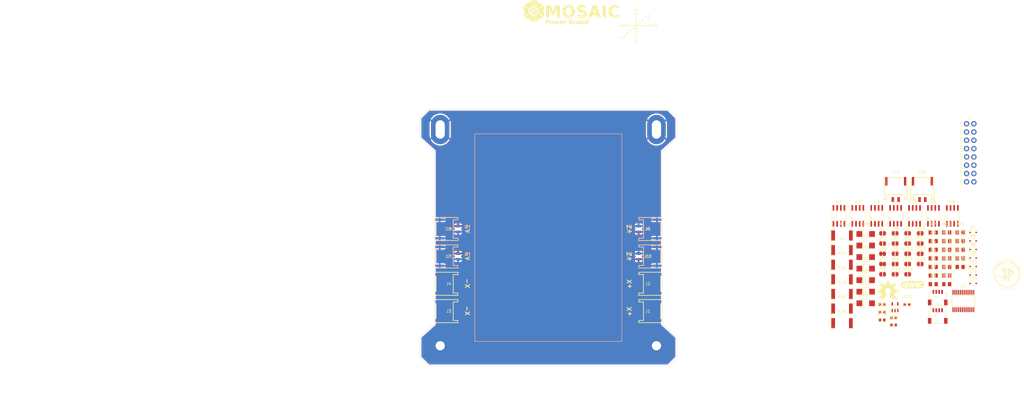
<source format=kicad_pcb>
(kicad_pcb (version 20241229) (generator "pcbnew") (generator_version "9.0")
  (layers (0 "F.Cu" signal) (2 "B.Cu" signal) (13 "F.Paste" user) (15 "B.Paste" user) (5 "F.SilkS" user "F.Silkscreen") (7 "B.SilkS" user "B.Silkscreen") (1 "F.Mask" user) (3 "B.Mask" user) (25 "Edge.Cuts" user))
  (net 0 "")
  (net 1 "VIN")
  (net 2 "GND")
  (net 3 "/solar_IN")
  (net 4 "V_BATT")
  (net 5 "/+X_IN-")
  (net 6 "/-X_IN-")
  (net 7 "/+Y_IN-")
  (net 8 "/-Y_IN-")
  (net 9 "/+Z_IN-")
  (net 10 "/-Z_IN-")
  (net 11 "Net-(D14-A)")
  (net 12 "/Batt_OUT")
  (net 13 "/+X_IN+")
  (net 14 "/-X_IN+")
  (net 15 "/+Y_IN+")
  (net 16 "/-Y_IN+")
  (net 17 "/+Z_IN+")
  (net 18 "/-Z_IN+")
  (net 19 "/SC0")
  (net 20 "/SD0")
  (net 21 "Net-(JP1-A)")
  (net 22 "Net-(JP2-A)")
  (net 23 "Net-(JP3-B)")
  (net 24 "Net-(JP3-A)")
  (net 25 "Net-(JP4-B)")
  (net 26 "Net-(JP4-A)")
  (net 27 "Net-(JP5-A)")
  (net 28 "Net-(JP6-B)")
  (net 29 "Net-(JP8-A)")
  (net 30 "Net-(JP9-A)")
  (net 31 "Net-(JP10-A)")
  (net 32 "Net-(JP11-A)")
  (net 33 "Net-(JP12-A)")
  (net 34 "Net-(JP13-A)")
  (net 35 "Net-(JP14-A)")
  (net 36 "Net-(JP15-A)")
  (net 37 "Net-(JP16-A)")
  (net 38 "Net-(JP17-A)")
  (net 39 "Net-(JP18-A)")
  (net 40 "Net-(JP19-A)")
  (net 41 "Net-(LED1-+)")
  (net 42 "Net-(LED1--)")
  (net 43 "Net-(U7-A0)")
  (net 44 "Net-(U9-PROG)")
  (net 45 "/SC7")
  (net 46 "/SD7")
  (footprint "power_board_footprints_V2.0:Z_DO-214AC" (layer "F.Cu") (at 320.051986 98.732195)
    (property "Reference" "D2" (at 0.00334 -3.426213 0) (layer "F.SilkS"))
    (property "Value" "1W 6.2V")
    (pad "1" smd rect (at -2.199898 0 180) (size 2 2) (layers "F.Cu" "F.Mask" "F.Paste") (net 3 "/solar_IN"))
    (pad "2" smd rect (at 2.199898 0 180) (size 2 2) (layers "F.Cu" "F.Mask" "F.Paste") (net 5 "/+X_IN-"))
  )
  (footprint "Jumper:SolderJumper-2_P1.3mm_Open_RoundedPad1.0x1.5mm" (layer "F.Cu") (at 338.967088 98.504782)
    (property "Reference" "JP16" (at 0 -1.8 0) (layer "F.SilkS"))
    (property "Value" "SolderJumper_2_Open")
    (pad "1" smd custom (at -0.65 0) (size 1 0.5) (layers "F.Cu" "F.Mask") (net 37 "Net-(JP16-A)") (options (clearance outline) (anchor rect)) (primitives (gr_circle (center 0 0.25) (end 0.5 0.25) (width 0) (fill yes)) (gr_circle (center 0 -0.25) (end 0.5 -0.25) (width 0) (fill yes)) (gr_poly (pts (xy 0.5 0.75) (xy 0 0.75) (xy 0 -0.75) (xy 0.5 -0.75)) (width 0) (fill yes))))
    (pad "2" smd custom (at 0.65 0) (size 1 0.5) (layers "F.Cu" "F.Mask") (net 1 "VIN") (options (clearance outline) (anchor rect)) (primitives (gr_circle (center 0 0.25) (end 0.5 0.25) (width 0) (fill yes)) (gr_circle (center 0 -0.25) (end 0.5 -0.25) (width 0) (fill yes)) (gr_poly (pts (xy 0 0.75) (xy -0.5 0.75) (xy -0.5 -0.75) (xy 0 -0.75)) (width 0) (fill yes))))
  )
  (footprint "power_board_footprints_V2.0:MountingHole_3.2mm_Pad_Oval" (layer "F.Cu") (at 247.5 62.5 90)
    (property "Reference" "H2" (hide yes))
    (property "Value" "MountingHole_Pad" (hide yes))
    (pad "1" thru_hole oval (at 0 0 90) (size 10.16 6.400013) (drill oval 6.400013 3.199994) (layers "*.Cu" "*.Mask") (net 2 "GND"))
  )
  (footprint "power_board_footprints_V2.0:C_0603" (layer "F.Cu") (at 325.759004 128.565175)
    (property "Reference" "C3" (at 0.000051 -2.710109 0) (layer "F.SilkS"))
    (property "Value" "4.7 uF")
    (pad "1" smd rect (at -0.700025 0) (size 0.8 0.9) (layers "F.Cu" "F.Mask" "F.Paste") (net 2 "GND"))
    (pad "2" smd rect (at 0.700025 0) (size 0.8 0.9) (layers "F.Cu" "F.Mask" "F.Paste") (net 4 "V_BATT"))
  )
  (footprint "power_board_footprints_V2.0:1X02_NO_SILK" (layer "F.Cu") (at 355.041888 72.007982)
    (property "Reference" "TP5" (at 0.3 -1.5 0) (layer "F.SilkS") (effects (font (size 0.48768 0.48768) (thickness 0.12192)) (justify left bottom)))
    (property "Value" "~")
    (fp_text user "GND" (at -1.4 1.2 90) (layer "F.SilkS") (effects (font (size 0.762 0.762) (thickness 0.1)) (justify left bottom)))
    (pad "1" thru_hole circle (at 0 0 90) (size 1.8796 1.8796) (drill 1.016) (layers "*.Cu" "*.Mask") (net 2 "GND"))
    (pad "2" thru_hole circle (at 2.54 0 90) (size 1.8796 1.8796) (drill 1.016) (layers "*.Cu" "*.Mask") (net 17 "/+Z_IN+"))
  )
  (footprint "power_board_footprints_V2.0:LED_0603" (layer "F.Cu") (at 334.386705 123.211379)
    (property "Reference" "LED1" (at -0.049568 -2.756591 0) (layer "F.SilkS"))
    (property "Value" "~")
    (pad "1" smd rect (at -0.799467 0.000127 90) (size 0.8 0.8) (layers "F.Cu" "F.Mask" "F.Paste") (net 42 "Net-(LED1--)"))
    (pad "2" smd rect (at 0.799467 -0.000127 90) (size 0.8 0.8) (layers "F.Cu" "F.Mask" "F.Paste") (net 41 "Net-(LED1-+)"))
  )
  (footprint "Jumper:SolderJumper-2_P1.3mm_Open_RoundedPad1.0x1.5mm" (layer "F.Cu") (at 334.617088 112.704782)
    (property "Reference" "JP15" (at 0 -1.8 0) (layer "F.SilkS"))
    (property "Value" "SolderJumper_2_Open")
    (pad "1" smd custom (at -0.65 0) (size 1 0.5) (layers "F.Cu" "F.Mask") (net 36 "Net-(JP15-A)") (options (clearance outline) (anchor rect)) (primitives (gr_circle (center 0 0.25) (end 0.5 0.25) (width 0) (fill yes)) (gr_circle (center 0 -0.25) (end 0.5 -0.25) (width 0) (fill yes)) (gr_poly (pts (xy 0.5 0.75) (xy 0 0.75) (xy 0 -0.75) (xy 0.5 -0.75)) (width 0) (fill yes))))
    (pad "2" smd custom (at 0.65 0) (size 1 0.5) (layers "F.Cu" "F.Mask") (net 1 "VIN") (options (clearance outline) (anchor rect)) (primitives (gr_circle (center 0 0.25) (end 0.5 0.25) (width 0) (fill yes)) (gr_circle (center 0 -0.25) (end 0.5 -0.25) (width 0) (fill yes)) (gr_poly (pts (xy 0 0.75) (xy -0.5 0.75) (xy -0.5 -0.75) (xy 0 -0.75)) (width 0) (fill yes))))
  )
  (footprint "power_board_footprints_V2.0:1X02_NO_SILK" (layer "F.Cu") (at 355.041888 66.248782)
    (property "Reference" "TP3" (at 0.3 -1.5 0) (layer "F.SilkS") (effects (font (size 0.48768 0.48768) (thickness 0.12192)) (justify left bottom)))
    (property "Value" "~")
    (fp_text user "GND" (at -1.4 1.2 90) (layer "F.SilkS") (effects (font (size 0.762 0.762) (thickness 0.1)) (justify left bottom)))
    (pad "1" thru_hole circle (at 0 0 90) (size 1.8796 1.8796) (drill 1.016) (layers "*.Cu" "*.Mask") (net 2 "GND"))
    (pad "2" thru_hole circle (at 2.54 0 90) (size 1.8796 1.8796) (drill 1.016) (layers "*.Cu" "*.Mask") (net 15 "/+Y_IN+"))
  )
  (footprint "power_board_footprints_V2.0:R_0805" (layer "F.Cu") (at 348.154102 107.18284)
    (property "Reference" "R14" (at 0 -2.917094 0) (layer "F.SilkS"))
    (property "Value" "10 kOhm")
    (pad "1" smd rect (at -1 0) (size 1.132537 1.377013) (layers "F.Cu" "F.Mask" "F.Paste") (net 1 "VIN"))
    (pad "2" smd rect (at 1 0) (size 1.132537 1.377013) (layers "F.Cu" "F.Mask" "F.Paste") (net 2 "GND"))
  )
  (footprint "power_board_footprints_V2.0:R_shunt" (layer "F.Cu") (at 311.844432 119.524901)
    (property "Reference" "R18" (at 0 -3.956591 0) (layer "F.SilkS"))
    (property "Value" "100 mOhm")
    (pad "1" smd rect (at -3.066294 0) (size 1.282525 3.456007) (layers "F.Cu" "F.Mask" "F.Paste") (net 9 "/+Z_IN-"))
    (pad "2" smd rect (at 3.066294 0) (size 1.282525 3.456007) (layers "F.Cu" "F.Mask" "F.Paste") (net 17 "/+Z_IN+"))
  )
  (footprint "Jumper:SolderJumper-2_P1.3mm_Open_RoundedPad1.0x1.5mm" (layer "F.Cu") (at 330.267088 112.704782)
    (property "Reference" "JP10" (at 0 -1.8 0) (layer "F.SilkS"))
    (property "Value" "SolderJumper_2_Open")
    (pad "1" smd custom (at -0.65 0) (size 1 0.5) (layers "F.Cu" "F.Mask") (net 31 "Net-(JP10-A)") (options (clearance outline) (anchor rect)) (primitives (gr_circle (center 0 0.25) (end 0.5 0.25) (width 0) (fill yes)) (gr_circle (center 0 -0.25) (end 0.5 -0.25) (width 0) (fill yes)) (gr_poly (pts (xy 0.5 0.75) (xy 0 0.75) (xy 0 -0.75) (xy 0.5 -0.75)) (width 0) (fill yes))))
    (pad "2" smd custom (at 0.65 0) (size 1 0.5) (layers "F.Cu" "F.Mask") (net 1 "VIN") (options (clearance outline) (anchor rect)) (primitives (gr_circle (center 0 0.25) (end 0.5 0.25) (width 0) (fill yes)) (gr_circle (center 0 -0.25) (end 0.5 -0.25) (width 0) (fill yes)) (gr_poly (pts (xy 0 0.75) (xy -0.5 0.75) (xy -0.5 -0.75) (xy 0 -0.75)) (width 0) (fill yes))))
  )
  (footprint "power_board_footprints_V2.0:1X02_NO_SILK" (layer "F.Cu") (at 355.041888 77.767182)
    (property "Reference" "TP7" (at 0.3 -1.5 0) (layer "F.SilkS") (effects (font (size 0.48768 0.48768) (thickness 0.12192)) (justify left bottom)))
    (property "Value" "~")
    (fp_text user "GND" (at -1.4 1.2 90) (layer "F.SilkS") (effects (font (size 0.762 0.762) (thickness 0.1)) (justify left bottom)))
    (pad "1" thru_hole circle (at 0 0 90) (size 1.8796 1.8796) (drill 1.016) (layers "*.Cu" "*.Mask") (net 2 "GND"))
    (pad "2" thru_hole circle (at 2.54 0 90) (size 1.8796 1.8796) (drill 1.016) (layers "*.Cu" "*.Mask") (net 3 "/solar_IN"))
  )
  (footprint "power_board_footprints_V2.0:Z_DO-214AC" (layer "F.Cu") (at 320.051986 118.756325)
    (property "Reference" "D11" (at 0.00334 -3.426213 0) (layer "F.SilkS"))
    (property "Value" "1W 6.2V")
    (pad "1" smd rect (at -2.199898 0 180) (size 2 2) (layers "F.Cu" "F.Mask" "F.Paste") (net 3 "/solar_IN"))
    (pad "2" smd rect (at 2.199898 0 180) (size 2 2) (layers "F.Cu" "F.Mask" "F.Paste") (net 10 "/-Z_IN-"))
  )
  (footprint "power_board_footprints_V2.0:R_0805" (layer "F.Cu") (at 343.479426 104.196252)
    (property "Reference" "R4" (at 0 -2.917094 0) (layer "F.SilkS"))
    (property "Value" "10 kOhm")
    (pad "1" smd rect (at -1 0) (size 1.132537 1.377013) (layers "F.Cu" "F.Mask" "F.Paste") (net 23 "Net-(JP3-B)"))
    (pad "2" smd rect (at 1 0) (size 1.132537 1.377013) (layers "F.Cu" "F.Mask" "F.Paste") (net 20 "/SD0"))
  )
  (footprint "Jumper:SolderJumper-2_P1.3mm_Open_RoundedPad1.0x1.5mm" (layer "F.Cu") (at 334.617088 102.054782)
    (property "Reference" "JP12" (at 0 -1.8 0) (layer "F.SilkS"))
    (property "Value" "SolderJumper_2_Open")
    (pad "1" smd custom (at -0.65 0) (size 1 0.5) (layers "F.Cu" "F.Mask") (net 33 "Net-(JP12-A)") (options (clearance outline) (anchor rect)) (primitives (gr_circle (center 0 0.25) (end 0.5 0.25) (width 0) (fill yes)) (gr_circle (center 0 -0.25) (end 0.5 -0.25) (width 0) (fill yes)) (gr_poly (pts (xy 0.5 0.75) (xy 0 0.75) (xy 0 -0.75) (xy 0.5 -0.75)) (width 0) (fill yes))))
    (pad "2" smd custom (at 0.65 0) (size 1 0.5) (layers "F.Cu" "F.Mask") (net 1 "VIN") (options (clearance outline) (anchor rect)) (primitives (gr_circle (center 0 0.25) (end 0.5 0.25) (width 0) (fill yes)) (gr_circle (center 0 -0.25) (end 0.5 -0.25) (width 0) (fill yes)) (gr_poly (pts (xy 0 0.75) (xy -0.5 0.75) (xy -0.5 -0.75) (xy 0 -0.75)) (width 0) (fill yes))))
  )
  (footprint "power_board_footprints_V2.0:1X02_NO_SILK" (layer "F.Cu") (at 355.041888 80.646782)
    (property "Reference" "TP8" (at 0.3 -1.5 0) (layer "F.SilkS") (effects (font (size 0.48768 0.48768) (thickness 0.12192)) (justify left bottom)))
    (property "Value" "~")
    (fp_text user "GND" (at -1.4 1.2 90) (layer "F.SilkS") (effects (font (size 0.762 0.762) (thickness 0.1)) (justify left bottom)))
    (pad "1" thru_hole circle (at 0 0 90) (size 1.8796 1.8796) (drill 1.016) (layers "*.Cu" "*.Mask") (net 2 "GND"))
    (pad "2" thru_hole circle (at 2.54 0 90) (size 1.8796 1.8796) (drill 1.016) (layers "*.Cu" "*.Mask") (net 4 "V_BATT"))
  )
  (footprint "power_board_footprints_V2.0:QWIIC_CONN_RA" (layer "F.Cu") (at 345.042088 118.804782)
    (property "Reference" "J13" (at -1.397 2.159 0) (layer "F.SilkS") (effects (font (size 0.48768 0.48768) (thickness 0.12192)) (justify left bottom)))
    (property "Value" "~" (hide yes))
    (pad "1" smd roundrect (at -1.5 0) (size 0.6 1.35) (layers "F.Cu" "F.Mask" "F.Paste") (roundrect_rratio 0.08466666667) (net 2 "GND"))
    (pad "2" smd roundrect (at -0.5 0) (size 0.6 1.35) (layers "F.Cu" "F.Mask" "F.Paste") (roundrect_rratio 0.08466666667) (net 1 "VIN"))
    (pad "3" smd roundrect (at 0.5 0) (size 0.6 1.35) (layers "F.Cu" "F.Mask" "F.Paste") (roundrect_rratio 0.08466666667) (net 20 "/SD0"))
    (pad "4" smd roundrect (at 1.5 0) (size 0.6 1.35) (layers "F.Cu" "F.Mask" "F.Paste") (roundrect_rratio 0.08466666667) (net 19 "/SC0"))
    (pad "NC1" smd roundrect (at 2.8 3.675) (size 1.2 2) (layers "F.Cu" "F.Mask" "F.Paste") (roundrect_rratio 0.04233333333))
    (pad "NC2" smd roundrect (at -2.8 3.675) (size 1.2 2) (layers "F.Cu" "F.Mask" "F.Paste") (roundrect_rratio 0.04233333333))
  )
  (footprint "power_board_footprints_V2.0:R_0805" (layer "F.Cu") (at 348.154102 98.223076)
    (property "Reference" "R10" (at 0 -2.917094 0) (layer "F.SilkS"))
    (property "Value" "10 kOhm")
    (pad "1" smd rect (at -1 0) (size 1.132537 1.377013) (layers "F.Cu" "F.Mask" "F.Paste") (net 2 "GND"))
    (pad "2" smd rect (at 1 0) (size 1.132537 1.377013) (layers "F.Cu" "F.Mask" "F.Paste") (net 1 "VIN"))
  )
  (footprint "power_board_footprints_V2.0:R_shunt" (layer "F.Cu") (at 311.844432 129.656065)
    (property "Reference" "R26" (at 0 -3.956591 0) (layer "F.SilkS"))
    (property "Value" "100 mOhm")
    (pad "1" smd rect (at -3.066294 0) (size 1.282525 3.456007) (layers "F.Cu" "F.Mask" "F.Paste") (net 11 "Net-(D14-A)"))
    (pad "2" smd rect (at 3.066294 0) (size 1.282525 3.456007) (layers "F.Cu" "F.Mask" "F.Paste") (net 4 "V_BATT"))
  )
  (footprint "Jumper:SolderJumper-2_P1.3mm_Open_RoundedPad1.0x1.5mm" (layer "F.Cu") (at 334.617088 105.604782)
    (property "Reference" "JP13" (at 0 -1.8 0) (layer "F.SilkS"))
    (property "Value" "SolderJumper_2_Open")
    (pad "1" smd custom (at -0.65 0) (size 1 0.5) (layers "F.Cu" "F.Mask") (net 34 "Net-(JP13-A)") (options (clearance outline) (anchor rect)) (primitives (gr_circle (center 0 0.25) (end 0.5 0.25) (width 0) (fill yes)) (gr_circle (center 0 -0.25) (end 0.5 -0.25) (width 0) (fill yes)) (gr_poly (pts (xy 0.5 0.75) (xy 0 0.75) (xy 0 -0.75) (xy 0.5 -0.75)) (width 0) (fill yes))))
    (pad "2" smd custom (at 0.65 0) (size 1 0.5) (layers "F.Cu" "F.Mask") (net 1 "VIN") (options (clearance outline) (anchor rect)) (primitives (gr_circle (center 0 0.25) (end 0.5 0.25) (width 0) (fill yes)) (gr_circle (center 0 -0.25) (end 0.5 -0.25) (width 0) (fill yes)) (gr_poly (pts (xy 0 0.75) (xy -0.5 0.75) (xy -0.5 -0.75) (xy 0 -0.75)) (width 0) (fill yes))))
  )
  (footprint "power_board_footprints_V2.0:R_0805" (layer "F.Cu") (at 348.154102 104.196252)
    (property "Reference" "R13" (at 0 -2.917094 0) (layer "F.SilkS"))
    (property "Value" "10 kOhm")
    (pad "1" smd rect (at -1 0) (size 1.132537 1.377013) (layers "F.Cu" "F.Mask" "F.Paste") (net 2 "GND"))
    (pad "2" smd rect (at 1 0) (size 1.132537 1.377013) (layers "F.Cu" "F.Mask" "F.Paste") (net 1 "VIN"))
  )
  (footprint "power_board_footprints_V2.0:MCP73831_IC_BATT_CNTL" (layer "F.Cu") (at 330.223205 124.120955)
    (property "Reference" "U9" (at 0 -3.15367 0) (layer "F.SilkS"))
    (property "Value" "MCP73831T-2ACI/OT")
    (pad "1" smd rect (at -0.949962 1.15367) (size 0.489992 1.156998) (layers "F.Cu" "F.Mask" "F.Paste") (net 42 "Net-(LED1--)"))
    (pad "2" smd rect (at 0 1.15367) (size 0.489992 1.156998) (layers "F.Cu" "F.Mask" "F.Paste") (net 2 "GND"))
    (pad "3" smd rect (at 0.949962 1.15367) (size 0.489992 1.156998) (layers "F.Cu" "F.Mask" "F.Paste") (net 4 "V_BATT"))
    (pad "4" smd rect (at 0.949962 -1.15367) (size 0.489992 1.175006) (layers "F.Cu" "F.Mask" "F.Paste") (net 3 "/solar_IN"))
    (pad "5" smd rect (at -0.949962 -1.15367) (size 0.489992 1.175006) (layers "F.Cu" "F.Mask" "F.Paste") (net 44 "Net-(U9-PROG)"))
  )
  (footprint "power_board_footprints_V2.0:Z_DO-214AC" (layer "F.Cu") (at 320.051986 106.741847)
    (property "Reference" "D5" (at 0.00334 -3.426213 0) (layer "F.SilkS"))
    (property "Value" "1W 6.2V")
    (pad "1" smd rect (at -2.199898 0 180) (size 2 2) (layers "F.Cu" "F.Mask" "F.Paste") (net 3 "/solar_IN"))
    (pad "2" smd rect (at 2.199898 0 180) (size 2 2) (layers "F.Cu" "F.Mask" "F.Paste") (net 7 "/+Y_IN-"))
  )
  (footprint "power_board_footprints_V2.0:CONN_2mm_JST" (layer "F.Cu") (at 244.5 125.5 -90)
    (property "Reference" "J1" (at -0.000127 0 180) (layer "F.SilkS"))
    (property "Value" "CONN 2MM JST" (hide yes))
    (pad "1" smd rect (at 1 3.175006 270) (size 0.9 1.7) (layers "F.Cu" "F.Mask" "F.Paste") (net 2 "GND"))
    (pad "2" smd rect (at -1 3.175006 270) (size 0.9 1.7) (layers "F.Cu" "F.Mask" "F.Paste") (net 13 "/+X_IN+"))
    (pad "3" smd rect (at -3.249936 -3.175006 270) (size 0.8 3) (layers "F.Cu" "F.Mask" "F.Paste") (net 2 "GND"))
    (pad "4" smd rect (at 3.249936 -3.175006 270) (size 0.8 3) (layers "F.Cu" "F.Mask" "F.Paste") (net 2 "GND"))
  )
  (footprint "power_board_footprints_V2.0:R_0805" (layer "F.Cu") (at 343.479426 110.169428)
    (property "Reference" "R6" (at 0 -2.917094 0) (layer "F.SilkS"))
    (property "Value" "10 kOhm")
    (pad "1" smd rect (at -1 0) (size 1.132537 1.377013) (layers "F.Cu" "F.Mask" "F.Paste") (net 27 "Net-(JP5-A)"))
    (pad "2" smd rect (at 1 0) (size 1.132537 1.377013) (layers "F.Cu" "F.Mask" "F.Paste") (net 2 "GND"))
  )
  (footprint "power_board_footprints_V2.0:R_0603" (layer "F.Cu") (at 329.733378 127.816587)
    (property "Reference" "R24" (at 0 -2.660605 0) (layer "F.SilkS"))
    (property "Value" "4.7 kOhm")
    (pad "1" smd rect (at -0.753366 0) (size 0.806477 0.864008) (layers "F.Cu" "F.Mask" "F.Paste") (net 3 "/solar_IN"))
    (pad "2" smd rect (at 0.753366 0) (size 0.806477 0.864008) (layers "F.Cu" "F.Mask" "F.Paste") (net 41 "Net-(LED1-+)"))
  )
  (footprint "power_board_footprints_V2.0:R_shunt" (layer "F.Cu") (at 311.844432 124.590483)
    (property "Reference" "R21" (at 0 -3.956591 0) (layer "F.SilkS"))
    (property "Value" "100 mOhm")
    (pad "1" smd rect (at -3.066294 0) (size 1.282525 3.456007) (layers "F.Cu" "F.Mask" "F.Paste") (net 10 "/-Z_IN-"))
    (pad "2" smd rect (at 3.066294 0) (size 1.282525 3.456007) (layers "F.Cu" "F.Mask" "F.Paste") (net 18 "/-Z_IN+"))
  )
  (footprint "power_board_footprints_V2.0:R_shunt" (layer "F.Cu") (at 311.844432 109.393737)
    (property "Reference" "R12" (at 0 -3.956591 0) (layer "F.SilkS"))
    (property "Value" "100 mOhm")
    (pad "1" smd rect (at -3.066294 0) (size 1.282525 3.456007) (layers "F.Cu" "F.Mask" "F.Paste") (net 7 "/+Y_IN-"))
    (pad "2" smd rect (at 3.066294 0) (size 1.282525 3.456007) (layers "F.Cu" "F.Mask" "F.Paste") (net 15 "/+Y_IN+"))
  )
  (footprint "power_board_footprints_V2.0:C_0603" (layer "F.Cu") (at 325.759004 125.891033)
    (property "Reference" "C2" (at 0.000051 -2.710109 0) (layer "F.SilkS"))
    (property "Value" "4.7 uF")
    (pad "1" smd rect (at -0.700025 0) (size 0.8 0.9) (layers "F.Cu" "F.Mask" "F.Paste") (net 2 "GND"))
    (pad "2" smd rect (at 0.700025 0) (size 0.8 0.9) (layers "F.Cu" "F.Mask" "F.Paste") (net 3 "/solar_IN"))
  )
  (footprint "power_board_footprints_V2.0:CONN_2mm_JST" (layer "F.Cu") (at 244.5 97 -90)
    (property "Reference" "J9" (at -0.000127 0 180) (layer "F.SilkS"))
    (property "Value" "CONN 2MM JST" (hide yes))
    (pad "1" smd rect (at 1 3.175006 270) (size 0.9 1.7) (layers "F.Cu" "F.Mask" "F.Paste") (net 2 "GND"))
    (pad "2" smd rect (at -1 3.175006 270) (size 0.9 1.7) (layers "F.Cu" "F.Mask" "F.Paste") (net 17 "/+Z_IN+"))
    (pad "3" smd rect (at -3.249936 -3.175006 270) (size 0.8 3) (layers "F.Cu" "F.Mask" "F.Paste") (net 2 "GND"))
    (pad "4" smd rect (at 3.249936 -3.175006 270) (size 0.8 3) (layers "F.Cu" "F.Mask" "F.Paste") (net 2 "GND"))
  )
  (footprint "power_board_footprints_V2.0:Z_DO-214AC" (layer "F.Cu") (at 320.051986 110.746673)
    (property "Reference" "D7" (at 0.00334 -3.426213 0) (layer "F.SilkS"))
    (property "Value" "1W 6.2V")
    (pad "1" smd rect (at -2.199898 0 180) (size 2 2) (layers "F.Cu" "F.Mask" "F.Paste") (net 3 "/solar_IN"))
    (pad "2" smd rect (at 2.199898 0 180) (size 2 2) (layers "F.Cu" "F.Mask" "F.Paste") (net 8 "/-Y_IN-"))
  )
  (footprint "power_board_footprints_V2.0:R_0805" (layer "F.Cu") (at 352.828778 104.196252)
    (property "Reference" "R23" (at 0 -2.917094 0) (layer "F.SilkS"))
    (property "Value" "10 kOhm")
    (pad "1" smd rect (at -1 0) (size 1.132537 1.377013) (layers "F.Cu" "F.Mask" "F.Paste") (net 1 "VIN"))
    (pad "2" smd rect (at 1 0) (size 1.132537 1.377013) (layers "F.Cu" "F.Mask" "F.Paste") (net 2 "GND"))
  )
  (footprint "power_board_footprints_V2.0:Z_DO-214AC" (layer "F.Cu") (at 320.051986 102.737021)
    (property "Reference" "D3" (at 0.00334 -3.426213 0) (layer "F.SilkS"))
    (property "Value" "1W 6.2V")
    (pad "1" smd rect (at -2.199898 0 180) (size 2 2) (layers "F.Cu" "F.Mask" "F.Paste") (net 3 "/solar_IN"))
    (pad "2" smd rect (at 2.199898 0 180) (size 2 2) (layers "F.Cu" "F.Mask" "F.Paste") (net 6 "/-X_IN-"))
  )
  (footprint "Diode_SMD:D_SOD-323" (layer "F.Cu") (at 357.332088 101.154782)
    (property "Reference" "D4" (at 0 -1.85 0) (layer "F.SilkS"))
    (property "Value" "20V 1A")
    (pad "1" smd roundrect (at -1.05 0) (size 0.6 0.45) (layers "F.Cu" "F.Mask" "F.Paste") (net 3 "/solar_IN"))
    (pad "2" smd roundrect (at 1.05 0) (size 0.6 0.45) (layers "F.Cu" "F.Mask" "F.Paste") (net 6 "/-X_IN-"))
  )
  (footprint "Jumper:SolderJumper-2_P1.3mm_Open_RoundedPad1.0x1.5mm" (layer "F.Cu") (at 338.967088 102.054782)
    (property "Reference" "JP17" (at 0 -1.8 0) (layer "F.SilkS"))
    (property "Value" "SolderJumper_2_Open")
    (pad "1" smd custom (at -0.65 0) (size 1 0.5) (layers "F.Cu" "F.Mask") (net 38 "Net-(JP17-A)") (options (clearance outline) (anchor rect)) (primitives (gr_circle (center 0 0.25) (end 0.5 0.25) (width 0) (fill yes)) (gr_circle (center 0 -0.25) (end 0.5 -0.25) (width 0) (fill yes)) (gr_poly (pts (xy 0.5 0.75) (xy 0 0.75) (xy 0 -0.75) (xy 0.5 -0.75)) (width 0) (fill yes))))
    (pad "2" smd custom (at 0.65 0) (size 1 0.5) (layers "F.Cu" "F.Mask") (net 1 "VIN") (options (clearance outline) (anchor rect)) (primitives (gr_circle (center 0 0.25) (end 0.5 0.25) (width 0) (fill yes)) (gr_circle (center 0 -0.25) (end 0.5 -0.25) (width 0) (fill yes)) (gr_poly (pts (xy 0 0.75) (xy -0.5 0.75) (xy -0.5 -0.75) (xy 0 -0.75)) (width 0) (fill yes))))
  )
  (footprint "power_board_footprints_V2.0:CONN_2mm_JST" (layer "F.Cu") (at 175.5 106.5 90)
    (property "Reference" "J7" (at -0.000127 0 180) (layer "F.SilkS"))
    (property "Value" "CONN 2MM JST" (hide yes))
    (pad "1" smd rect (at 1 3.175006 90) (size 0.9 1.7) (layers "F.Cu" "F.Mask" "F.Paste") (net 2 "GND"))
    (pad "2" smd rect (at -1 3.175006 90) (size 0.9 1.7) (layers "F.Cu" "F.Mask" "F.Paste") (net 16 "/-Y_IN+"))
    (pad "3" smd rect (at -3.249936 -3.175006 90) (size 0.8 3) (layers "F.Cu" "F.Mask" "F.Paste") (net 2 "GND"))
    (pad "4" smd rect (at 3.249936 -3.175006 90) (size 0.8 3) (layers "F.Cu" "F.Mask" "F.Paste") (net 2 "GND"))
  )
  (footprint "LOGO" (layer "F.Cu") (at 204.9 21.4)
    (property "Reference" "G***" (hide yes))
    (property "Value" "LOGO" (hide yes))
  )
  (footprint "power_board_footprints_V2.0:R_0805" (layer "F.Cu") (at 352.828778 101.209664)
    (property "Reference" "R22" (at 0 -2.917094 0) (layer "F.SilkS"))
    (property "Value" "10 kOhm")
    (pad "1" smd rect (at -1 0) (size 1.132537 1.377013) (layers "F.Cu" "F.Mask" "F.Paste") (net 2 "GND"))
    (pad "2" smd rect (at 1 0) (size 1.132537 1.377013) (layers "F.Cu" "F.Mask" "F.Paste") (net 1 "VIN"))
  )
  (footprint "power_board_footprints_V2.0:CONN_2mm_JST" (layer "F.Cu") (at 330.469375 83.624812)
    (property "Reference" "J15" (at -0.000127 -6.475184 0) (layer "F.SilkS"))
    (property "Value" "CONN 2MM JST")
    (pad "1" smd rect (at 1 3.175006) (size 0.9 1.7) (layers "F.Cu" "F.Mask" "F.Paste") (net 4 "V_BATT"))
    (pad "2" smd rect (at -1 3.175006) (size 0.9 1.7) (layers "F.Cu" "F.Mask" "F.Paste") (net 2 "GND"))
    (pad "3" smd rect (at -3.249936 -3.175006) (size 0.8 3) (layers "F.Cu" "F.Mask" "F.Paste") (net 2 "GND"))
    (pad "4" smd rect (at 3.249936 -3.175006) (size 0.8 3) (layers "F.Cu" "F.Mask" "F.Paste") (net 2 "GND"))
  )
  (footprint "power_board_footprints_V2.0:SL_Logo" (layer "F.Cu") (at 369 112.5)
    (property "Reference" "REF**" (hide yes))
    (property "Value" "LOGO" (hide yes))
  )
  (footprint "Diode_SMD:D_SOD-323" (layer "F.Cu") (at 357.332088 115.904782)
    (property "Reference" "D14" (at 0 -1.85 0) (layer "F.SilkS"))
    (property "Value" "20V 1A")
    (pad "1" smd roundrect (at -1.05 0) (size 0.6 0.45) (layers "F.Cu" "F.Mask" "F.Paste") (net 12 "/Batt_OUT"))
    (pad "2" smd roundrect (at 1.05 0) (size 0.6 0.45) (layers "F.Cu" "F.Mask" "F.Paste") (net 11 "Net-(D14-A)"))
  )
  (footprint "power_board_footprints_V2.0:INA219AIDR" (layer "F.Cu") (at 336.999865 92.444703)
    (property "Reference" "U5" (at 0 -4.772416 0) (layer "F.SilkS"))
    (property "Value" "INA219AIDR")
    (pad "1" smd oval (at -1.905004 2.772416) (size 0.588011 2.045009) (layers "F.Cu" "F.Mask" "F.Paste") (net 35 "Net-(JP14-A)"))
    (pad "2" smd oval (at -0.635001 2.772416) (size 0.588011 2.045009) (layers "F.Cu" "F.Mask" "F.Paste") (net 36 "Net-(JP15-A)"))
    (pad "3" smd oval (at 0.635001 2.772416) (size 0.588011 2.045009) (layers "F.Cu" "F.Mask" "F.Paste") (net 20 "/SD0"))
    (pad "4" smd oval (at 1.905004 2.772416) (size 0.588011 2.045009) (layers "F.Cu" "F.Mask" "F.Paste") (net 19 "/SC0"))
    (pad "5" smd oval (at 1.905004 -2.772416) (size 0.588011 2.045009) (layers "F.Cu" "F.Mask" "F.Paste") (net 1 "VIN"))
    (pad "6" smd oval (at 0.635001 -2.772416) (size 0.588011 2.045009) (layers "F.Cu" "F.Mask" "F.Paste") (net 2 "GND"))
    (pad "7" smd oval (at -0.635001 -2.772416) (size 0.588011 2.045009) (layers "F.Cu" "F.Mask" "F.Paste") (net 9 "/+Z_IN-"))
    (pad "8" smd oval (at -1.905004 -2.772416) (size 0.588011 2.045009) (layers "F.Cu" "F.Mask" "F.Paste") (net 17 "/+Z_IN+"))
  )
  (footprint "Jumper:SolderJumper-2_P1.3mm_Open_RoundedPad1.0x1.5mm" (layer "F.Cu") (at 338.967088 105.604782)
    (property "Reference" "JP18" (at 0 -1.8 0) (layer "F.SilkS"))
    (property "Value" "SolderJumper_2_Open")
    (pad "1" smd custom (at -0.65 0) (size 1 0.5) (layers "F.Cu" "F.Mask") (net 39 "Net-(JP18-A)") (options (clearance outline) (anchor rect)) (primitives (gr_circle (center 0 0.25) (end 0.5 0.25) (width 0) (fill yes)) (gr_circle (center 0 -0.25) (end 0.5 -0.25) (width 0) (fill yes)) (gr_poly (pts (xy 0.5 0.75) (xy 0 0.75) (xy 0 -0.75) (xy 0.5 -0.75)) (width 0) (fill yes))))
    (pad "2" smd custom (at 0.65 0) (size 1 0.5) (layers "F.Cu" "F.Mask") (net 1 "VIN") (options (clearance outline) (anchor rect)) (primitives (gr_circle (center 0 0.25) (end 0.5 0.25) (width 0) (fill yes)) (gr_circle (center 0 -0.25) (end 0.5 -0.25) (width 0) (fill yes)) (gr_poly (pts (xy 0 0.75) (xy -0.5 0.75) (xy -0.5 -0.75) (xy 0 -0.75)) (width 0) (fill yes))))
  )
  (footprint "power_board_footprints_V2.0:1X02_NO_SILK" (layer "F.Cu") (at 355.041888 69.128382)
    (property "Reference" "TP4" (at 0.3 -1.5 0) (layer "F.SilkS") (effects (font (size 0.48768 0.48768) (thickness 0.12192)) (justify left bottom)))
    (property "Value" "~")
    (fp_text user "GND" (at -1.4 1.2 90) (layer "F.SilkS") (effects (font (size 0.762 0.762) (thickness 0.1)) (justify left bottom)))
    (pad "1" thru_hole circle (at 0 0 90) (size 1.8796 1.8796) (drill 1.016) (layers "*.Cu" "*.Mask") (net 2 "GND"))
    (pad "2" thru_hole circle (at 2.54 0 90) (size 1.8796 1.8796) (drill 1.016) (layers "*.Cu" "*.Mask") (net 16 "/-Y_IN+"))
  )
  (footprint "power_board_footprints_V2.0:R_0805" (layer "F.Cu") (at 343.479426 101.209664)
    (property "Reference" "R3" (at 0 -2.917094 0) (layer "F.SilkS"))
    (property "Value" "10 kOhm")
    (pad "1" smd rect (at -1 0) (size 1.132537 1.377013) (layers "F.Cu" "F.Mask" "F.Paste") (net 1 "VIN"))
    (pad "2" smd rect (at 1 0) (size 1.132537 1.377013) (layers "F.Cu" "F.Mask" "F.Paste") (net 2 "GND"))
  )
  (footprint "power_board_footprints_V2.0:R_0805" (layer "F.Cu") (at 343.479426 113.156016)
    (property "Reference" "R7" (at 0 -2.917094 0) (layer "F.SilkS"))
    (property "Value" "10 kOhm")
    (pad "1" smd rect (at -1 0) (size 1.132537 1.377013) (layers "F.Cu" "F.Mask" "F.Paste") (net 28 "Net-(JP6-B)"))
    (pad "2" smd rect (at 1 0) (size 1.132537 1.377013) (layers "F.Cu" "F.Mask" "F.Paste") (net 2 "GND"))
  )
  (footprint "power_board_footprints_V2.0:R_0805" (layer "F.Cu") (at 352.828778 110.169428)
    (property "Reference" "R28" (at 0 -2.917094 0) (layer "F.SilkS"))
    (property "Value" "10 kOhm")
    (pad "1" smd rect (at -1 0) (size 1.132537 1.377013) (layers "F.Cu" "F.Mask" "F.Paste") (net 1 "VIN"))
    (pad "2" smd rect (at 1 0) (size 1.132537 1.377013) (layers "F.Cu" "F.Mask" "F.Paste") (net 2 "GND"))
  )
  (footprint "power_board_footprints_V2.0:CONN_2mm_JST" (layer "F.Cu") (at 339.724239 83.624812)
    (property "Reference" "J16" (at -0.000127 -6.475184 0) (layer "F.SilkS"))
    (property "Value" "CONN 2MM JST")
    (pad "1" smd rect (at 1 3.175006) (size 0.9 1.7) (layers "F.Cu" "F.Mask" "F.Paste") (net 2 "GND"))
    (pad "2" smd rect (at -1 3.175006) (size 0.9 1.7) (layers "F.Cu" "F.Mask" "F.Paste") (net 12 "/Batt_OUT"))
    (pad "3" smd rect (at -3.249936 -3.175006) (size 0.8 3) (layers "F.Cu" "F.Mask" "F.Paste") (net 2 "GND"))
    (pad "4" smd rect (at 3.249936 -3.175006) (size 0.8 3) (layers "F.Cu" "F.Mask" "F.Paste") (net 2 "GND"))
  )
  (footprint "power_board_footprints_V2.0:INA219AIDR" (layer "F.Cu") (at 343.553903 92.444703)
    (property "Reference" "U6" (at 0 -4.772416 0) (layer "F.SilkS"))
    (property "Value" "INA219AIDR")
    (pad "1" smd oval (at -1.905004 2.772416) (size 0.588011 2.045009) (layers "F.Cu" "F.Mask" "F.Paste") (net 37 "Net-(JP16-A)"))
    (pad "2" smd oval (at -0.635001 2.772416) (size 0.588011 2.045009) (layers "F.Cu" "F.Mask" "F.Paste") (net 38 "Net-(JP17-A)"))
    (pad "3" smd oval (at 0.635001 2.772416) (size 0.588011 2.045009) (layers "F.Cu" "F.Mask" "F.Paste") (net 20 "/SD0"))
    (pad "4" smd oval (at 1.905004 2.772416) (size 0.588011 2.045009) (layers "F.Cu" "F.Mask" "F.Paste") (net 19 "/SC0"))
    (pad "5" smd oval (at 1.905004 -2.772416) (size 0.588011 2.045009) (layers "F.Cu" "F.Mask" "F.Paste") (net 1 "VIN"))
    (pad "6" smd oval (at 0.635001 -2.772416) (size 0.588011 2.045009) (layers "F.Cu" "F.Mask" "F.Paste") (net 2 "GND"))
    (pad "7" smd oval (at -0.635001 -2.772416) (size 0.588011 2.045009) (layers "F.Cu" "F.Mask" "F.Paste") (net 10 "/-Z_IN-"))
    (pad "8" smd oval (at -1.905004 -2.772416) (size 0.588011 2.045009) (layers "F.Cu" "F.Mask" "F.Paste") (net 18 "/-Z_IN+"))
  )
  (footprint "power_board_footprints_V2.0:R_0805" (layer "F.Cu") (at 348.154102 113.156016)
    (property "Reference" "R17" (at 0 -2.917094 0) (layer "F.SilkS"))
    (property "Value" "10 kOhm")
    (pad "1" smd rect (at -1 0) (size 1.132537 1.377013) (layers "F.Cu" "F.Mask" "F.Paste") (net 1 "VIN"))
    (pad "2" smd rect (at 1 0) (size 1.132537 1.377013) (layers "F.Cu" "F.Mask" "F.Paste") (net 2 "GND"))
  )
  (footprint "Jumper:SolderJumper-2_P1.3mm_Open_RoundedPad1.0x1.5mm" (layer "F.Cu") (at 325.917088 102.054782)
    (property "Reference" "JP2" (at 0 -1.8 0) (layer "F.SilkS"))
    (property "Value" "SolderJumper_2_Open")
    (pad "1" smd custom (at -0.65 0) (size 1 0.5) (layers "F.Cu" "F.Mask") (net 22 "Net-(JP2-A)") (options (clearance outline) (anchor rect)) (primitives (gr_circle (center 0 0.25) (end 0.5 0.25) (width 0) (fill yes)) (gr_circle (center 0 -0.25) (end 0.5 -0.25) (width 0) (fill yes)) (gr_poly (pts (xy 0.5 0.75) (xy 0 0.75) (xy 0 -0.75) (xy 0.5 -0.75)) (width 0) (fill yes))))
    (pad "2" smd custom (at 0.65 0) (size 1 0.5) (layers "F.Cu" "F.Mask") (net 1 "VIN") (options (clearance outline) (anchor rect)) (primitives (gr_circle (center 0 0.25) (end 0.5 0.25) (width 0) (fill yes)) (gr_circle (center 0 -0.25) (end 0.5 -0.25) (width 0) (fill yes)) (gr_poly (pts (xy 0 0.75) (xy -0.5 0.75) (xy -0.5 -0.75) (xy 0 -0.75)) (width 0) (fill yes))))
  )
  (footprint "power_board_footprints_V2.0:R_0805" (layer "F.Cu") (at 348.154102 110.169428)
    (property "Reference" "R16" (at 0 -2.917094 0) (layer "F.SilkS"))
    (property "Value" "10 kOhm")
    (pad "1" smd rect (at -1 0) (size 1.132537 1.377013) (layers "F.Cu" "F.Mask" "F.Paste") (net 2 "GND"))
    (pad "2" smd rect (at 1 0) (size 1.132537 1.377013) (layers "F.Cu" "F.Mask" "F.Paste") (net 1 "VIN"))
  )
  (footprint "power_board_footprints_V2.0:Z_DO-214AC" (layer "F.Cu") (at 320.051986 114.751499)
    (property "Reference" "D9" (at 0.00334 -3.426213 0) (layer "F.SilkS"))
    (property "Value" "1W 6.2V")
    (pad "1" smd rect (at -2.199898 0 180) (size 2 2) (layers "F.Cu" "F.Mask" "F.Paste") (net 3 "/solar_IN"))
    (pad "2" smd rect (at 2.199898 0 180) (size 2 2) (layers "F.Cu" "F.Mask" "F.Paste") (net 9 "/+Z_IN-"))
  )
  (footprint "Jumper:SolderJumper-2_P1.3mm_Bridged_RoundedPad1.0x1.5mm" (layer "F.Cu") (at 325.917088 105.604782)
    (property "Reference" "JP3" (at 0 -1.8 0) (layer "F.SilkS"))
    (property "Value" "SolderJumper_2_Bridged")
    (fp_poly (pts (xy 0.25 -0.3) (xy -0.25 -0.3) (xy -0.25 0.3) (xy 0.25 0.3)) (fill yes) (layer "F.Cu"))
    (pad "1" smd custom (at -0.65 0) (size 1 0.5) (layers "F.Cu" "F.Mask") (net 24 "Net-(JP3-A)") (options (clearance outline) (anchor rect)) (primitives (gr_circle (center 0 0.25) (end 0.5 0.25) (width 0) (fill yes)) (gr_circle (center 0 -0.25) (end 0.5 -0.25) (width 0) (fill yes)) (gr_poly (pts (xy 0.5 0.75) (xy 0 0.75) (xy 0 -0.75) (xy 0.5 -0.75)) (width 0) (fill yes))))
    (pad "2" smd custom (at 0.65 0) (size 1 0.5) (layers "F.Cu" "F.Mask") (net 23 "Net-(JP3-B)") (options (clearance outline) (anchor rect)) (primitives (gr_circle (center 0 0.25) (end 0.5 0.25) (width 0) (fill yes)) (gr_circle (center 0 -0.25) (end 0.5 -0.25) (width 0) (fill yes)) (gr_poly (pts (xy 0 0.75) (xy -0.5 0.75) (xy -0.5 -0.75) (xy 0 -0.75)) (width 0) (fill yes))))
  )
  (footprint "Diode_SMD:D_SOD-323" (layer "F.Cu") (at 357.332088 104.104782)
    (property "Reference" "D6" (at 0 -1.85 0) (layer "F.SilkS"))
    (property "Value" "20V 1A")
    (pad "1" smd roundrect (at -1.05 0) (size 0.6 0.45) (layers "F.Cu" "F.Mask" "F.Paste") (net 3 "/solar_IN"))
    (pad "2" smd roundrect (at 1.05 0) (size 0.6 0.45) (layers "F.Cu" "F.Mask" "F.Paste") (net 7 "/+Y_IN-"))
  )
  (footprint "power_board_footprints_V2.0:R_0805" (layer "F.Cu") (at 348.154102 101.209664)
    (property "Reference" "R11" (at 0 -2.917094 0) (layer "F.SilkS"))
    (property "Value" "10 kOhm")
    (pad "1" smd rect (at -1 0) (size 1.132537 1.377013) (layers "F.Cu" "F.Mask" "F.Paste") (net 1 "VIN"))
    (pad "2" smd rect (at 1 0) (size 1.132537 1.377013) (layers "F.Cu" "F.Mask" "F.Paste") (net 2 "GND"))
  )
  (footprint "MountingHole:MountingHole_3.2mm_M3_Pad" (layer "F.Cu") (at 247.5 137.5)
    (property "Reference" "H3" (hide yes))
    (property "Value" "MountingHole_Pad" (hide yes))
    (pad "1" thru_hole circle (at 0 0) (size 6.4 6.4) (drill 3.2) (layers "*.Cu" "*.Mask") (net 2 "GND"))
  )
  (footprint "power_board_footprints_V2.0:QWIIC_CONN_RA" (layer "F.Cu") (at 345.042088 125.181382)
    (property "Reference" "J14" (at -1.397 2.159 0) (layer "F.SilkS") (effects (font (size 0.48768 0.48768) (thickness 0.12192)) (justify left bottom)))
    (property "Value" "~" (hide yes))
    (pad "1" smd roundrect (at -1.5 0) (size 0.6 1.35) (layers "F.Cu" "F.Mask" "F.Paste") (roundrect_rratio 0.08466666667) (net 2 "GND"))
    (pad "2" smd roundrect (at -0.5 0) (size 0.6 1.35) (layers "F.Cu" "F.Mask" "F.Paste") (roundrect_rratio 0.08466666667) (net 1 "VIN"))
    (pad "3" smd roundrect (at 0.5 0) (size 0.6 1.35) (layers "F.Cu" "F.Mask" "F.Paste") (roundrect_rratio 0.08466666667) (net 20 "/SD0"))
    (pad "4" smd roundrect (at 1.5 0) (size 0.6 1.35) (layers "F.Cu" "F.Mask" "F.Paste") (roundrect_rratio 0.08466666667) (net 19 "/SC0"))
    (pad "NC1" smd roundrect (at 2.8 3.675) (size 1.2 2) (layers "F.Cu" "F.Mask" "F.Paste") (roundrect_rratio 0.04233333333))
    (pad "NC2" smd roundrect (at -2.8 3.675) (size 1.2 2) (layers "F.Cu" "F.Mask" "F.Paste") (roundrect_rratio 0.04233333333))
  )
  (footprint "power_board_footprints_V2.0:CONN_2mm_JST" (layer "F.Cu") (at 175.5 97 90)
    (property "Reference" "J8" (at 0 0 180) (layer "F.SilkS"))
    (property "Value" "CONN 2MM JST" (hide yes))
    (pad "1" smd rect (at 1 3.175006 90) (size 0.9 1.7) (layers "F.Cu" "F.Mask" "F.Paste") (net 2 "GND"))
    (pad "2" smd rect (at -1 3.175006 90) (size 0.9 1.7) (layers "F.Cu" "F.Mask" "F.Paste") (net 16 "/-Y_IN+"))
    (pad "3" smd rect (at -3.249936 -3.175006 90) (size 0.8 3) (layers "F.Cu" "F.Mask" "F.Paste") (net 2 "GND"))
    (pad "4" smd rect (at 3.249936 -3.175006 90) (size 0.8 3) (layers "F.Cu" "F.Mask" "F.Paste") (net 2 "GND"))
  )
  (footprint "power_board_footprints_V2.0:INA219AIDR" (layer "F.Cu") (at 310.783713 92.444703)
    (property "Reference" "U1" (at 0 -4.772416 0) (layer "F.SilkS"))
    (property "Value" "INA219AIDR")
    (pad "1" smd oval (at -1.905004 2.772416) (size 0.588011 2.045009) (layers "F.Cu" "F.Mask" "F.Paste") (net 22 "Net-(JP2-A)"))
    (pad "2" smd oval (at -0.635001 2.772416) (size 0.588011 2.045009) (layers "F.Cu" "F.Mask" "F.Paste") (net 21 "Net-(JP1-A)"))
    (pad "3" smd oval (at 0.635001 2.772416) (size 0.588011 2.045009) (layers "F.Cu" "F.Mask" "F.Paste") (net 20 "/SD0"))
    (pad "4" smd oval (at 1.905004 2.772416) (size 0.588011 2.045009) (layers "F.Cu" "F.Mask" "F.Paste") (net 19 "/SC0"))
    (pad "5" smd oval (at 1.905004 -2.772416) (size 0.588011 2.045009) (layers "F.Cu" "F.Mask" "F.Paste") (net 1 "VIN"))
    (pad "6" smd oval (at 0.635001 -2.772416) (size 0.588011 2.045009) (layers "F.Cu" "F.Mask" "F.Paste") (net 2 "GND"))
    (pad "7" smd oval (at -0.635001 -2.772416) (size 0.588011 2.045009) (layers "F.Cu" "F.Mask" "F.Paste") (net 5 "/+X_IN-"))
    (pad "8" smd oval (at -1.905004 -2.772416) (size 0.588011 2.045009) (layers "F.Cu" "F.Mask" "F.Paste") (net 13 "/+X_IN+"))
  )
  (footprint "power_board_footprints_V2.0:CONN_2mm_JST" (layer "F.Cu") (at 244.5 116 -90)
    (property "Reference" "J2" (at 0 0 180) (layer "F.SilkS"))
    (property "Value" "CONN 2MM JST" (hide yes))
    (pad "1" smd rect (at 1 3.175006 270) (size 0.9 1.7) (layers "F.Cu" "F.Mask" "F.Paste") (net 2 "GND"))
    (pad "2" smd rect (at -1 3.175006 270) (size 0.9 1.7) (layers "F.Cu" "F.Mask" "F.Paste") (net 13 "/+X_IN+"))
    (pad "3" smd rect (at -3.249936 -3.175006 270) (size 0.8 3) (layers "F.Cu" "F.Mask" "F.Paste") (net 2 "GND"))
    (pad "4" smd rect (at 3.249936 -3.175006 270) (size 0.8 3) (layers "F.Cu" "F.Mask" "F.Paste") (net 2 "GND"))
  )
  (footprint "power_board_footprints_V2.0:1X02_NO_SILK" (layer "F.Cu") (at 355.041888 74.887582)
    (property "Reference" "TP6" (at 0.3 -1.5 0) (layer "F.SilkS") (effects (font (size 0.48768 0.48768) (thickness 0.12192)) (justify left bottom)))
    (property "Value" "~")
    (fp_text user "GND" (at -1.4 1.2 90) (layer "F.SilkS") (effects (font (size 0.762 0.762) (thickness 0.1)) (justify left bottom)))
    (pad "1" thru_hole circle (at 0 0 90) (size 1.8796 1.8796) (drill 1.016) (layers "*.Cu" "*.Mask") (net 2 "GND"))
    (pad "2" thru_hole circle (at 2.54 0 90) (size 1.8796 1.8796) (drill 1.016) (layers "*.Cu" "*.Mask") (net 18 "/-Z_IN+"))
  )
  (footprint "power_board_footprints_V2.0:INA219AIDR" (layer "F.Cu") (at 330.445827 92.444703)
    (property "Reference" "U4" (at 0 -4.772416 0) (layer "F.SilkS"))
    (property "Value" "INA219AIDR")
    (pad "1" smd oval (at -1.905004 2.772416) (size 0.588011 2.045009) (layers "F.Cu" "F.Mask" "F.Paste") (net 33 "Net-(JP12-A)"))
    (pad "2" smd oval (at -0.635001 2.772416) (size 0.588011 2.045009) (layers "F.Cu" "F.Mask" "F.Paste") (net 34 "Net-(JP13-A)"))
    (pad "3" smd oval (at 0.635001 2.772416) (size 0.588011 2.045009) (layers "F.Cu" "F.Mask" "F.Paste") (net 20 "/SD0"))
    (pad "4" smd oval (at 1.905004 2.772416) (size 0.588011 2.045009) (layers "F.Cu" "F.Mask" "F.Paste") (net 19 "/SC0"))
    (pad "5" smd oval (at 1.905004 -2.772416) (size 0.588011 2.045009) (layers "F.Cu" "F.Mask" "F.Paste") (net 1 "VIN"))
    (pad "6" smd oval (at 0.635001 -2.772416) (size 0.588011 2.045009) (layers "F.Cu" "F.Mask" "F.Paste") (net 2 "GND"))
    (pad "7" smd oval (at -0.635001 -2.772416) (size 0.588011 2.045009) (layers "F.Cu" "F.Mask" "F.Paste") (net 8 "/-Y_IN-"))
    (pad "8" smd oval (at -1.905004 -2.772416) (size 0.588011 2.045009) (layers "F.Cu" "F.Mask" "F.Paste") (net 16 "/-Y_IN+"))
  )
  (footprint "power_board_footprints_V2.0:C_0603" (layer "F.Cu") (at 325.759004 123.216891)
    (property "Reference" "C1" (at 0.000051 -2.710109 0) (layer "F.SilkS"))
    (property "Value" "10 uF")
    (pad "1" smd rect (at -0.700025 0) (size 0.8 0.9) (layers "F.Cu" "F.Mask" "F.Paste") (net 2 "GND"))
    (pad "2" smd rect (at 0.700025 0) (size 0.8 0.9) (layers "F.Cu" "F.Mask" "F.Paste") (net 1 "VIN"))
  )
  (footprint "power_board_footprints_V2.0:R_0603" (layer "F.Cu") (at 329.733378 130.290197)
    (property "Reference" "R25" (at 0 -2.660605 0) (layer "F.SilkS"))
    (property "Value" "2 kOhm")
    (pad "1" smd rect (at -0.753366 0) (size 0.806477 0.864008) (layers "F.Cu" "F.Mask" "F.Paste") (net 2 "GND"))
    (pad "2" smd rect (at 0.753366 0) (size 0.806477 0.864008) (layers "F.Cu" "F.Mask" "F.Paste") (net 44 "Net-(U9-PROG)"))
  )
  (footprint "Jumper:SolderJumper-2_P1.3mm_Open_RoundedPad1.0x1.5mm" (layer "F.Cu") (at 338.967088 109.154782)
    (property "Reference" "JP19" (at 0 -1.8 0) (layer "F.SilkS"))
    (property "Value" "SolderJumper_2_Open")
    (pad "1" smd custom (at -0.65 0) (size 1 0.5) (layers "F.Cu" "F.Mask") (net 40 "Net-(JP19-A)") (options (clearance outline) (anchor rect)) (primitives (gr_circle (center 0 0.25) (end 0.5 0.25) (width 0) (fill yes)) (gr_circle (center 0 -0.25) (end 0.5 -0.25) (width 0) (fill yes)) (gr_poly (pts (xy 0.5 0.75) (xy 0 0.75) (xy 0 -0.75) (xy 0.5 -0.75)) (width 0) (fill yes))))
    (pad "2" smd custom (at 0.65 0) (size 1 0.5) (layers "F.Cu" "F.Mask") (net 1 "VIN") (options (clearance outline) (anchor rect)) (primitives (gr_circle (center 0 0.25) (end 0.5 0.25) (width 0) (fill yes)) (gr_circle (center 0 -0.25) (end 0.5 -0.25) (width 0) (fill yes)) (gr_poly (pts (xy 0 0.75) (xy -0.5 0.75) (xy -0.5 -0.75) (xy 0 -0.75)) (width 0) (fill yes))))
  )
  (footprint "power_board_footprints_V2.0:R_shunt" (layer "F.Cu") (at 311.844432 99.262573)
    (property "Reference" "R1" (at 0 -3.956591 0) (layer "F.SilkS"))
    (property "Value" "100 mOhm")
    (pad "1" smd rect (at -3.066294 0) (size 1.282525 3.456007) (layers "F.Cu" "F.Mask" "F.Paste") (net 5 "/+X_IN-"))
    (pad "2" smd rect (at 3.066294 0) (size 1.282525 3.456007) (layers "F.Cu" "F.Mask" "F.Paste") (net 13 "/+X_IN+"))
  )
  (footprint "Jumper:SolderJumper-2_P1.3mm_Open_RoundedPad1.0x1.5mm" (layer "F.Cu") (at 330.267088 105.604782)
    (property "Reference" "JP8" (at 0 -1.8 0) (layer "F.SilkS"))
    (property "Value" "SolderJumper_2_Open")
    (pad "1" smd custom (at -0.65 0) (size 1 0.5) (layers "F.Cu" "F.Mask") (net 29 "Net-(JP8-A)") (options (clearance outline) (anchor rect)) (primitives (gr_circle (center 0 0.25) (end 0.5 0.25) (width 0) (fill yes)) (gr_circle (center 0 -0.25) (end 0.5 -0.25) (width 0) (fill yes)) (gr_poly (pts (xy 0.5 0.75) (xy 0 0.75) (xy 0 -0.75) (xy 0.5 -0.75)) (width 0) (fill yes))))
    (pad "2" smd custom (at 0.65 0) (size 1 0.5) (layers "F.Cu" "F.Mask") (net 1 "VIN") (options (clearance outline) (anchor rect)) (primitives (gr_circle (center 0 0.25) (end 0.5 0.25) (width 0) (fill yes)) (gr_circle (center 0 -0.25) (end 0.5 -0.25) (width 0) (fill yes)) (gr_poly (pts (xy 0 0.75) (xy -0.5 0.75) (xy -0.5 -0.75) (xy 0 -0.75)) (width 0) (fill yes))))
  )
  (footprint "MountingHole:MountingHole_3.2mm_M3_Pad" (layer "F.Cu") (at 172.5 137.5)
    (property "Reference" "H4" (hide yes))
    (property "Value" "MountingHole_Pad" (hide yes))
    (pad "1" thru_hole circle (at 0 0) (size 6.4 6.4) (drill 3.2) (layers "*.Cu" "*.Mask") (net 2 "GND"))
  )
  (footprint "power_board_footprints_V2.0:CONN_2mm_JST" (layer "F.Cu") (at 175.5 116 90)
    (property "Reference" "J4" (at 0 0 180) (layer "F.SilkS"))
    (property "Value" "CONN 2MM JST" (hide yes))
    (pad "1" smd rect (at 1 3.175006 90) (size 0.9 1.7) (layers "F.Cu" "F.Mask" "F.Paste") (net 2 "GND"))
    (pad "2" smd rect (at -1 3.175006 90) (size 0.9 1.7) (layers "F.Cu" "F.Mask" "F.Paste") (net 14 "/-X_IN+"))
    (pad "3" smd rect (at -3.249936 -3.175006 90) (size 0.8 3) (layers "F.Cu" "F.Mask" "F.Paste") (net 2 "GND"))
    (pad "4" smd rect (at 3.249936 -3.175006 90) (size 0.8 3) (layers "F.Cu" "F.Mask" "F.Paste") (net 2 "GND"))
  )
  (footprint "power_board_footprints_V2.0:R_0805" (layer "F.Cu") (at 343.479426 116.142604)
    (property "Reference" "R8" (at 0 -2.917094 0) (layer "F.SilkS"))
    (property "Value" "10 kOhm")
    (pad "1" smd rect (at -1 0) (size 1.132537 1.377013) (layers "F.Cu" "F.Mask" "F.Paste") (net 43 "Net-(U7-A0)"))
    (pad "2" smd rect (at 1 0) (size 1.132537 1.377013) (layers "F.Cu" "F.Mask" "F.Paste") (net 2 "GND"))
  )
  (footprint "power_board_footprints_V2.0:R_0805" (layer "F.Cu") (at 343.479426 98.223076)
    (property "Reference" "R2" (at 0 -2.917094 0) (layer "F.SilkS"))
    (property "Value" "10 kOhm")
    (pad "1" smd rect (at -1 0) (size 1.132537 1.377013) (layers "F.Cu" "F.Mask" "F.Paste") (net 2 "GND"))
    (pad "2" smd rect (at 1 0) (size 1.132537 1.377013) (layers "F.Cu" "F.Mask" "F.Paste") (net 1 "VIN"))
  )
  (footprint "Jumper:SolderJumper-2_P1.3mm_Open_RoundedPad1.0x1.5mm" (layer "F.Cu") (at 334.617088 109.154782)
    (property "Reference" "JP14" (at 0 -1.8 0) (layer "F.SilkS"))
    (property "Value" "SolderJumper_2_Open")
    (pad "1" smd custom (at -0.65 0) (size 1 0.5) (layers "F.Cu" "F.Mask") (net 35 "Net-(JP14-A)") (options (clearance outline) (anchor rect)) (primitives (gr_circle (center 0 0.25) (end 0.5 0.25) (width 0) (fill yes)) (gr_circle (center 0 -0.25) (end 0.5 -0.25) (width 0) (fill yes)) (gr_poly (pts (xy 0.5 0.75) (xy 0 0.75) (xy 0 -0.75) (xy 0.5 -0.75)) (width 0) (fill yes))))
    (pad "2" smd custom (at 0.65 0) (size 1 0.5) (layers "F.Cu" "F.Mask") (net 1 "VIN") (options (clearance outline) (anchor rect)) (primitives (gr_circle (center 0 0.25) (end 0.5 0.25) (width 0) (fill yes)) (gr_circle (center 0 -0.25) (end 0.5 -0.25) (width 0) (fill yes)) (gr_poly (pts (xy 0 0.75) (xy -0.5 0.75) (xy -0.5 -0.75) (xy 0 -0.75)) (width 0) (fill yes))))
  )
  (footprint "power_board_footprints_V2.0:INA219AIDR" (layer "F.Cu") (at 350.107941 92.444703)
    (property "Reference" "U8" (at 0 -4.772416 0) (layer "F.SilkS"))
    (property "Value" "INA219AIDR")
    (pad "1" smd oval (at -1.905004 2.772416) (size 0.588011 2.045009) (layers "F.Cu" "F.Mask" "F.Paste") (net 39 "Net-(JP18-A)"))
    (pad "2" smd oval (at -0.635001 2.772416) (size 0.588011 2.045009) (layers "F.Cu" "F.Mask" "F.Paste") (net 40 "Net-(JP19-A)"))
    (pad "3" smd oval (at 0.635001 2.772416) (size 0.588011 2.045009) (layers "F.Cu" "F.Mask" "F.Paste") (net 20 "/SD0"))
    (pad "4" smd oval (at 1.905004 2.772416) (size 0.588011 2.045009) (layers "F.Cu" "F.Mask" "F.Paste") (net 19 "/SC0"))
    (pad "5" smd oval (at 1.905004 -2.772416) (size 0.588011 2.045009) (layers "F.Cu" "F.Mask" "F.Paste") (net 1 "VIN"))
    (pad "6" smd oval (at 0.635001 -2.772416) (size 0.588011 2.045009) (layers "F.Cu" "F.Mask" "F.Paste") (net 2 "GND"))
    (pad "7" smd oval (at -0.635001 -2.772416) (size 0.588011 2.045009) (layers "F.Cu" "F.Mask" "F.Paste") (net 11 "Net-(D14-A)"))
    (pad "8" smd oval (at -1.905004 -2.772416) (size 0.588011 2.045009) (layers "F.Cu" "F.Mask" "F.Paste") (net 4 "V_BATT"))
  )
  (footprint "power_board_footprints_V2.0:R_shunt" (layer "F.Cu") (at 311.844432 114.459319)
    (property "Reference" "R15" (at 0 -3.956591 0) (layer "F.SilkS"))
    (property "Value" "100 mOhm")
    (pad "1" smd rect (at -3.066294 0) (size 1.282525 3.456007) (layers "F.Cu" "F.Mask" "F.Paste") (net 8 "/-Y_IN-"))
    (pad "2" smd rect (at 3.066294 0) (size 1.282525 3.456007) (layers "F.Cu" "F.Mask" "F.Paste") (net 16 "/-Y_IN+"))
  )
  (footprint "power_board_footprints_V2.0:CONN_2mm_JST" (layer "F.Cu") (at 175.5 125.5 90)
    (property "Reference" "J3" (at 0 0 0) (layer "F.SilkS"))
    (property "Value" "CONN 2MM JST" (hide yes))
    (pad "1" smd rect (at 1 3.175006 90) (size 0.9 1.7) (layers "F.Cu" "F.Mask" "F.Paste") (net 2 "GND"))
    (pad "2" smd rect (at -1 3.175006 90) (size 0.9 1.7) (layers "F.Cu" "F.Mask" "F.Paste") (net 14 "/-X_IN+"))
    (pad "3" smd rect (at -3.249936 -3.175006 90) (size 0.8 3) (layers "F.Cu" "F.Mask" "F.Paste") (net 2 "GND"))
    (pad "4" smd rect (at 3.249936 -3.175006 90) (size 0.8 3) (layers "F.Cu" "F.Mask" "F.Paste") (net 2 "GND"))
  )
  (footprint "power_board_footprints_V2.0:INA219AIDR" (layer "F.Cu") (at 323.891789 92.444703)
    (property "Reference" "U3" (at 0 -4.772416 0) (layer "F.SilkS"))
    (property "Value" "INA219AIDR")
    (pad "1" smd oval (at -1.905004 2.772416) (size 0.588011 2.045009) (layers "F.Cu" "F.Mask" "F.Paste") (net 31 "Net-(JP10-A)"))
    (pad "2" smd oval (at -0.635001 2.772416) (size 0.588011 2.045009) (layers "F.Cu" "F.Mask" "F.Paste") (net 32 "Net-(JP11-A)"))
    (pad "3" smd oval (at 0.635001 2.772416) (size 0.588011 2.045009) (layers "F.Cu" "F.Mask" "F.Paste") (net 20 "/SD0"))
    (pad "4" smd oval (at 1.905004 2.772416) (size 0.588011 2.045009) (layers "F.Cu" "F.Mask" "F.Paste") (net 19 "/SC0"))
    (pad "5" smd oval (at 1.905004 -2.772416) (size 0.588011 2.045009) (layers "F.Cu" "F.Mask" "F.Paste") (net 1 "VIN"))
    (pad "6" smd oval (at 0.635001 -2.772416) (size 0.588011 2.045009) (layers "F.Cu" "F.Mask" "F.Paste") (net 2 "GND"))
    (pad "7" smd oval (at -0.635001 -2.772416) (size 0.588011 2.045009) (layers "F.Cu" "F.Mask" "F.Paste") (net 7 "/+Y_IN-"))
    (pad "8" smd oval (at -1.905004 -2.772416) (size 0.588011 2.045009) (layers "F.Cu" "F.Mask" "F.Paste") (net 15 "/+Y_IN+"))
  )
  (footprint "Jumper:SolderJumper-2_P1.3mm_Open_RoundedPad1.0x1.5mm" (layer "F.Cu") (at 330.267088 109.154782)
    (property "Reference" "JP9" (at 0 -1.8 0) (layer "F.SilkS"))
    (property "Value" "SolderJumper_2_Open")
    (pad "1" smd custom (at -0.65 0) (size 1 0.5) (layers "F.Cu" "F.Mask") (net 30 "Net-(JP9-A)") (options (clearance outline) (anchor rect)) (primitives (gr_circle (center 0 0.25) (end 0.5 0.25) (width 0) (fill yes)) (gr_circle (center 0 -0.25) (end 0.5 -0.25) (width 0) (fill yes)) (gr_poly (pts (xy 0.5 0.75) (xy 0 0.75) (xy 0 -0.75) (xy 0.5 -0.75)) (width 0) (fill yes))))
    (pad "2" smd custom (at 0.65 0) (size 1 0.5) (layers "F.Cu" "F.Mask") (net 1 "VIN") (options (clearance outline) (anchor rect)) (primitives (gr_circle (center 0 0.25) (end 0.5 0.25) (width 0) (fill yes)) (gr_circle (center 0 -0.25) (end 0.5 -0.25) (width 0) (fill yes)) (gr_poly (pts (xy 0 0.75) (xy -0.5 0.75) (xy -0.5 -0.75) (xy 0 -0.75)) (width 0) (fill yes))))
  )
  (footprint "Diode_SMD:D_SOD-323" (layer "F.Cu") (at 357.332088 98.204782)
    (property "Reference" "D1" (at 0 -1.85 0) (layer "F.SilkS"))
    (property "Value" "20V 1A")
    (pad "1" smd roundrect (at -1.05 0) (size 0.6 0.45) (layers "F.Cu" "F.Mask" "F.Paste") (net 3 "/solar_IN"))
    (pad "2" smd roundrect (at 1.05 0) (size 0.6 0.45) (layers "F.Cu" "F.Mask" "F.Paste") (net 5 "/+X_IN-"))
  )
  (footprint "power_board_footprints_V2.0:R_0805" (layer "F.Cu") (at 352.828778 107.18284)
    (property "Reference" "R27" (at 0 -2.917094 0) (layer "F.SilkS"))
    (property "Value" "10 kOhm")
    (pad "1" smd rect (at -1 0) (size 1.132537 1.377013) (layers "F.Cu" "F.Mask" "F.Paste") (net 2 "GND"))
    (pad "2" smd rect (at 1 0) (size 1.132537 1.377013) (layers "F.Cu" "F.Mask" "F.Paste") (net 1 "VIN"))
  )
  (footprint "power_board_footprints_V2.0:1X02_NO_SILK" (layer "F.Cu") (at 355.041888 63.369182)
    (property "Reference" "TP2" (at 0.3 -1.5 0) (layer "F.SilkS") (effects (font (size 0.48768 0.48768) (thickness 0.12192)) (justify left bottom)))
    (property "Value" "~")
    (fp_text user "GND" (at -1.4 1.2 90) (layer "F.SilkS") (effects (font (size 0.762 0.762) (thickness 0.1)) (justify left bottom)))
    (pad "1" thru_hole circle (at 0 0 90) (size 1.8796 1.8796) (drill 1.016) (layers "*.Cu" "*.Mask") (net 2 "GND"))
    (pad "2" thru_hole circle (at 2.54 0 90) (size 1.8796 1.8796) (drill 1.016) (layers "*.Cu" "*.Mask") (net 14 "/-X_IN+"))
  )
  (footprint "Jumper:SolderJumper-2_P1.3mm_Open_RoundedPad1.0x1.5mm" (layer "F.Cu") (at 334.617088 98.504782)
    (property "Reference" "JP11" (at 0 -1.8 0) (layer "F.SilkS"))
    (property "Value" "SolderJumper_2_Open")
    (pad "1" smd custom (at -0.65 0) (size 1 0.5) (layers "F.Cu" "F.Mask") (net 32 "Net-(JP11-A)") (options (clearance outline) (anchor rect)) (primitives (gr_circle (center 0 0.25) (end 0.5 0.25) (width 0) (fill yes)) (gr_circle (center 0 -0.25) (end 0.5 -0.25) (width 0) (fill yes)) (gr_poly (pts (xy 0.5 0.75) (xy 0 0.75) (xy 0 -0.75) (xy 0.5 -0.75)) (width 0) (fill yes))))
    (pad "2" smd custom (at 0.65 0) (size 1 0.5) (layers "F.Cu" "F.Mask") (net 1 "VIN") (options (clearance outline) (anchor rect)) (primitives (gr_circle (center 0 0.25) (end 0.5 0.25) (width 0) (fill yes)) (gr_circle (center 0 -0.25) (end 0.5 -0.25) (width 0) (fill yes)) (gr_poly (pts (xy 0 0.75) (xy -0.5 0.75) (xy -0.5 -0.75) (xy 0 -0.75)) (width 0) (fill yes))))
  )
  (footprint "power_board_footprints_V2.0:R_0805" (layer "F.Cu") (at 348.154102 116.142604)
    (property "Reference" "R19" (at 0 -2.917094 0) (layer "F.SilkS"))
    (property "Value" "10 kOhm")
    (pad "1" smd rect (at -1 0) (size 1.132537 1.377013) (layers "F.Cu" "F.Mask" "F.Paste") (net 2 "GND"))
    (pad "2" smd rect (at 1 0) (size 1.132537 1.377013) (layers "F.Cu" "F.Mask" "F.Paste") (net 1 "VIN"))
  )
  (footprint "power_board_footprints_V2.0:QWIIC_logo_8MM" (layer "F.Cu") (at 336.337438 116.317532)
    (property "Reference" "LOGO2" (hide yes))
    (property "Value" "~" (hide yes))
  )
  (footprint "Diode_SMD:D_SOD-323" (layer "F.Cu") (at 357.332088 107.054782)
    (property "Reference" "D8" (at 0 -1.85 0) (layer "F.SilkS"))
    (property "Value" "20V 1A")
    (pad "1" smd roundrect (at -1.05 0) (size 0.6 0.45) (layers "F.Cu" "F.Mask" "F.Paste") (net 3 "/solar_IN"))
    (pad "2" smd roundrect (at 1.05 0) (size 0.6 0.45) (layers "F.Cu" "F.Mask" "F.Paste") (net 8 "/-Y_IN-"))
  )
  (footprint "power_board_footprints_V2.0:R_0805" (layer "F.Cu") (at 352.828778 98.223076)
    (property "Reference" "R20" (at 0 -2.917094 0) (layer "F.SilkS"))
    (property "Value" "10 kOhm")
    (pad "1" smd rect (at -1 0) (size 1.132537 1.377013) (layers "F.Cu" "F.Mask" "F.Paste") (net 1 "VIN"))
    (pad "2" smd rect (at 1 0) (size 1.132537 1.377013) (layers "F.Cu" "F.Mask" "F.Paste") (net 2 "GND"))
  )
  (footprint "Diode_SMD:D_SOD-323" (layer "F.Cu") (at 357.332088 110.004782)
    (property "Reference" "D10" (at 0 -1.85 0) (layer "F.SilkS"))
    (property "Value" "20V 1A")
    (pad "1" smd roundrect (at -1.05 0) (size 0.6 0.45) (layers "F.Cu" "F.Mask" "F.Paste") (net 3 "/solar_IN"))
    (pad "2" smd roundrect (at 1.05 0) (size 0.6 0.45) (layers "F.Cu" "F.Mask" "F.Paste") (net 9 "/+Z_IN-"))
  )
  (footprint "power_board_footprints_V2.0:MountingHole_3.2mm_Pad_Oval" (layer "F.Cu") (at 172.5 62.5 90)
    (property "Reference" "H1" (hide yes))
    (property "Value" "MountingHole_Pad" (hide yes))
    (pad "1" thru_hole oval (at 0 0 90) (size 10.16 6.400013) (drill oval 6.400013 3.199994) (layers "*.Cu" "*.Mask") (net 2 "GND"))
  )
  (footprint "Jumper:SolderJumper-2_P1.3mm_Open_RoundedPad1.0x1.5mm" (layer "F.Cu") (at 325.917088 112.704782)
    (property "Reference" "JP5" (at 0 -1.8 0) (layer "F.SilkS"))
    (property "Value" "SolderJumper_2_Open")
    (pad "1" smd custom (at -0.65 0) (size 1 0.5) (layers "F.Cu" "F.Mask") (net 27 "Net-(JP5-A)") (options (clearance outline) (anchor rect)) (primitives (gr_circle (center 0 0.25) (end 0.5 0.25) (width 0) (fill yes)) (gr_circle (center 0 -0.25) (end 0.5 -0.25) (width 0) (fill yes)) (gr_poly (pts (xy 0.5 0.75) (xy 0 0.75) (xy 0 -0.75) (xy 0.5 -0.75)) (width 0) (fill yes))))
    (pad "2" smd custom (at 0.65 0) (size 1 0.5) (layers "F.Cu" "F.Mask") (net 1 "VIN") (options (clearance outline) (anchor rect)) (primitives (gr_circle (center 0 0.25) (end 0.5 0.25) (width 0) (fill yes)) (gr_circle (center 0 -0.25) (end 0.5 -0.25) (width 0) (fill yes)) (gr_poly (pts (xy 0 0.75) (xy -0.5 0.75) (xy -0.5 -0.75) (xy 0 -0.75)) (width 0) (fill yes))))
  )
  (footprint "power_board_footprints_V2.0:INA219AIDR" (layer "F.Cu") (at 317.337751 92.444703)
    (property "Reference" "U2" (at 0 -4.772416 0) (layer "F.SilkS"))
    (property "Value" "INA219AIDR")
    (pad "1" smd oval (at -1.905004 2.772416) (size 0.588011 2.045009) (layers "F.Cu" "F.Mask" "F.Paste") (net 29 "Net-(JP8-A)"))
    (pad "2" smd oval (at -0.635001 2.772416) (size 0.588011 2.045009) (layers "F.Cu" "F.Mask" "F.Paste") (net 30 "Net-(JP9-A)"))
    (pad "3" smd oval (at 0.635001 2.772416) (size 0.588011 2.045009) (layers "F.Cu" "F.Mask" "F.Paste") (net 20 "/SD0"))
    (pad "4" smd oval (at 1.905004 2.772416) (size 0.588011 2.045009) (layers "F.Cu" "F.Mask" "F.Paste") (net 19 "/SC0"))
    (pad "5" smd oval (at 1.905004 -2.772416) (size 0.588011 2.045009) (layers "F.Cu" "F.Mask" "F.Paste") (net 1 "VIN"))
    (pad "6" smd oval (at 0.635001 -2.772416) (size 0.588011 2.045009) (layers "F.Cu" "F.Mask" "F.Paste") (net 2 "GND"))
    (pad "7" smd oval (at -0.635001 -2.772416) (size 0.588011 2.045009) (layers "F.Cu" "F.Mask" "F.Paste") (net 6 "/-X_IN-"))
    (pad "8" smd oval (at -1.905004 -2.772416) (size 0.588011 2.045009) (layers "F.Cu" "F.Mask" "F.Paste") (net 14 "/-X_IN+"))
  )
  (footprint "Jumper:SolderJumper-2_P1.3mm_Open_RoundedPad1.0x1.5mm" (layer "F.Cu") (at 330.267088 102.054782)
    (property "Reference" "JP7" (at 0 -1.8 0) (layer "F.SilkS"))
    (property "Value" "SolderJumper_2_Open")
    (pad "1" smd custom (at -0.65 0) (size 1 0.5) (layers "F.Cu" "F.Mask") (net 2 "GND") (options (clearance outline) (anchor rect)) (primitives (gr_circle (center 0 0.25) (end 0.5 0.25) (width 0) (fill yes)) (gr_circle (center 0 -0.25) (end 0.5 -0.25) (width 0) (fill yes)) (gr_poly (pts (xy 0.5 0.75) (xy 0 0.75) (xy 0 -0.75) (xy 0.5 -0.75)) (width 0) (fill yes))))
    (pad "2" smd custom (at 0.65 0) (size 1 0.5) (layers "F.Cu" "F.Mask") (net 1 "VIN") (options (clearance outline) (anchor rect)) (primitives (gr_circle (center 0 0.25) (end 0.5 0.25) (width 0) (fill yes)) (gr_circle (center 0 -0.25) (end 0.5 -0.25) (width 0) (fill yes)) (gr_poly (pts (xy 0 0.75) (xy -0.5 0.75) (xy -0.5 -0.75) (xy 0 -0.75)) (width 0) (fill yes))))
  )
  (footprint "power_board_footprints_V2.0:Z_DO-214AC" (layer "F.Cu") (at 320.051986 122.761151)
    (property "Reference" "D13" (at 0.00334 -3.426213 0) (layer "F.SilkS"))
    (property "Value" "1W 6.2V")
    (pad "1" smd rect (at -2.199898 0 180) (size 2 2) (layers "F.Cu" "F.Mask" "F.Paste") (net 12 "/Batt_OUT"))
    (pad "2" smd rect (at 2.199898 0 180) (size 2 2) (layers "F.Cu" "F.Mask" "F.Paste") (net 11 "Net-(D14-A)"))
  )
  (footprint "Diode_SMD:D_SOD-323" (layer "F.Cu") (at 357.332088 112.954782)
    (property "Reference" "D12" (at 0 -1.85 0) (layer "F.SilkS"))
    (property "Value" "20V 1A")
    (pad "1" smd roundrect (at -1.05 0) (size 0.6 0.45) (layers "F.Cu" "F.Mask" "F.Paste") (net 3 "/solar_IN"))
    (pad "2" smd roundrect (at 1.05 0) (size 0.6 0.45) (layers "F.Cu" "F.Mask" "F.Paste") (net 10 "/-Z_IN-"))
  )
  (footprint "power_board_footprints_V2.0:OSHW-LOGO-L" (layer "F.Cu") (at 327.790988 118.528682)
    (property "Reference" "LOGO1" (hide yes))
    (property "Value" "~" (hide yes))
  )
  (footprint "power_board_footprints_V2.0:R_shunt" (layer "F.Cu") (at 311.844432 104.328155)
    (property "Reference" "R9" (at 0 -3.956591 0) (layer "F.SilkS"))
    (property "Value" "100 mOhm")
    (pad "1" smd rect (at -3.066294 0) (size 1.282525 3.456007) (layers "F.Cu" "F.Mask" "F.Paste") (net 6 "/-X_IN-"))
    (pad "2" smd rect (at 3.066294 0) (size 1.282525 3.456007) (layers "F.Cu" "F.Mask" "F.Paste") (net 14 "/-X_IN+"))
  )
  (footprint "Jumper:SolderJumper-2_P1.3mm_Bridged_RoundedPad1.0x1.5mm" (layer "F.Cu") (at 325.917088 109.154782)
    (property "Reference" "JP4" (at 0 -1.8 0) (layer "F.SilkS"))
    (property "Value" "SolderJumper_2_Bridged")
    (fp_poly (pts (xy 0.25 -0.3) (xy -0.25 -0.3) (xy -0.25 0.3) (xy 0.25 0.3)) (fill yes) (layer "F.Cu"))
    (pad "1" smd custom (at -0.65 0) (size 1 0.5) (layers "F.Cu" "F.Mask") (net 26 "Net-(JP4-A)") (options (clearance outline) (anchor rect)) (primitives (gr_circle (center 0 0.25) (end 0.5 0.25) (width 0) (fill yes)) (gr_circle (center 0 -0.25) (end 0.5 -0.25) (width 0) (fill yes)) (gr_poly (pts (xy 0.5 0.75) (xy 0 0.75) (xy 0 -0.75) (xy 0.5 -0.75)) (width 0) (fill yes))))
    (pad "2" smd custom (at 0.65 0) (size 1 0.5) (layers "F.Cu" "F.Mask") (net 25 "Net-(JP4-B)") (options (clearance outline) (anchor rect)) (primitives (gr_circle (center 0 0.25) (end 0.5 0.25) (width 0) (fill yes)) (gr_circle (center 0 -0.25) (end 0.5 -0.25) (width 0) (fill yes)) (gr_poly (pts (xy 0 0.75) (xy -0.5 0.75) (xy -0.5 -0.75) (xy 0 -0.75)) (width 0) (fill yes))))
  )
  (footprint "power_board_footprints_V2.0:R_0805" (layer "F.Cu") (at 343.479426 107.18284)
    (property "Reference" "R5" (at 0 -2.917094 0) (layer "F.SilkS"))
    (property "Value" "10 kOhm")
    (pad "1" smd rect (at -1 0) (size 1.132537 1.377013) (layers "F.Cu" "F.Mask" "F.Paste") (net 25 "Net-(JP4-B)"))
    (pad "2" smd rect (at 1 0) (size 1.132537 1.377013) (layers "F.Cu" "F.Mask" "F.Paste") (net 19 "/SC0"))
  )
  (footprint "Jumper:SolderJumper-2_P1.3mm_Open_RoundedPad1.0x1.5mm" (layer "F.Cu") (at 330.267088 98.504782)
    (property "Reference" "JP6" (at 0 -1.8 0) (layer "F.SilkS"))
    (property "Value" "SolderJumper_2_Open")
    (pad "1" smd custom (at -0.65 0) (size 1 0.5) (layers "F.Cu" "F.Mask") (net 1 "VIN") (options (clearance outline) (anchor rect)) (primitives (gr_circle (center 0 0.25) (end 0.5 0.25) (width 0) (fill yes)) (gr_circle (center 0 -0.25) (end 0.5 -0.25) (width 0) (fill yes)) (gr_poly (pts (xy 0.5 0.75) (xy 0 0.75) (xy 0 -0.75) (xy 0.5 -0.75)) (width 0) (fill yes))))
    (pad "2" smd custom (at 0.65 0) (size 1 0.5) (layers "F.Cu" "F.Mask") (net 28 "Net-(JP6-B)") (options (clearance outline) (anchor rect)) (primitives (gr_circle (center 0 0.25) (end 0.5 0.25) (width 0) (fill yes)) (gr_circle (center 0 -0.25) (end 0.5 -0.25) (width 0) (fill yes)) (gr_poly (pts (xy 0 0.75) (xy -0.5 0.75) (xy -0.5 -0.75) (xy 0 -0.75)) (width 0) (fill yes))))
  )
  (footprint "power_board_footprints_V2.0:TCA9548APWR" (layer "F.Cu") (at 353.925197 121.977394)
    (property "Reference" "U7" (at 0.0254 -5.022606 0) (layer "F.SilkS"))
    (property "Value" "TCA9548APWR")
    (pad "1" smd rect (at -3.574803 3.022606) (size 0.4 1.650013) (layers "F.Cu" "F.Mask" "F.Paste") (net 43 "Net-(U7-A0)"))
    (pad "2" smd rect (at -2.924816 3.022606) (size 0.4 1.650013) (layers "F.Cu" "F.Mask" "F.Paste") (net 28 "Net-(JP6-B)"))
    (pad "3" smd rect (at -2.274829 3.022606) (size 0.4 1.650013) (layers "F.Cu" "F.Mask" "F.Paste") (net 1 "VIN"))
    (pad "4" smd rect (at -1.624841 3.022606) (size 0.4 1.650013) (layers "F.Cu" "F.Mask" "F.Paste") (net 20 "/SD0"))
    (pad "5" smd rect (at -0.974854 3.022606) (size 0.4 1.650013) (layers "F.Cu" "F.Mask" "F.Paste") (net 19 "/SC0"))
    (pad "6" smd rect (at -0.324867 3.022606) (size 0.4 1.650013) (layers "F.Cu" "F.Mask" "F.Paste") (net 20 "/SD0"))
    (pad "7" smd rect (at 0.324867 3.022606) (size 0.4 1.650013) (layers "F.Cu" "F.Mask" "F.Paste") (net 19 "/SC0"))
    (pad "8" smd rect (at 0.975108 3.022606) (size 0.4 1.650013) (layers "F.Cu" "F.Mask" "F.Paste") (net 20 "/SD0"))
    (pad "9" smd rect (at 1.625095 3.022606) (size 0.4 1.650013) (layers "F.Cu" "F.Mask" "F.Paste") (net 19 "/SC0"))
    (pad "10" smd rect (at 2.275083 3.022606) (size 0.4 1.650013) (layers "F.Cu" "F.Mask" "F.Paste") (net 20 "/SD0"))
    (pad "11" smd rect (at 2.92507 3.022606) (size 0.4 1.650013) (layers "F.Cu" "F.Mask" "F.Paste") (net 19 "/SC0"))
    (pad "12" smd rect (at 3.574803 3.022606) (size 0.4 1.650013) (layers "F.Cu" "F.Mask" "F.Paste") (net 2 "GND"))
    (pad "13" smd rect (at 3.574803 -3.022606) (size 0.4 1.650013) (layers "F.Cu" "F.Mask" "F.Paste") (net 20 "/SD0"))
    (pad "14" smd rect (at 2.92507 -3.022606) (size 0.4 1.650013) (layers "F.Cu" "F.Mask" "F.Paste") (net 19 "/SC0"))
    (pad "15" smd rect (at 2.275083 -3.022606) (size 0.4 1.650013) (layers "F.Cu" "F.Mask" "F.Paste") (net 20 "/SD0"))
    (pad "16" smd rect (at 1.625095 -3.022606) (size 0.4 1.650013) (layers "F.Cu" "F.Mask" "F.Paste") (net 19 "/SC0"))
    (pad "17" smd rect (at 0.975108 -3.022606) (size 0.4 1.650013) (layers "F.Cu" "F.Mask" "F.Paste") (net 20 "/SD0"))
    (pad "18" smd rect (at 0.324867 -3.022606) (size 0.4 1.650013) (layers "F.Cu" "F.Mask" "F.Paste") (net 19 "/SC0"))
    (pad "19" smd rect (at -0.324867 -3.022606) (size 0.4 1.650013) (layers "F.Cu" "F.Mask" "F.Paste") (net 46 "/SD7"))
    (pad "20" smd rect (at -0.974854 -3.022606) (size 0.4 1.650013) (layers "F.Cu" "F.Mask" "F.Paste") (net 45 "/SC7"))
    (pad "21" smd rect (at -1.624841 -3.022606) (size 0.4 1.650013) (layers "F.Cu" "F.Mask" "F.Paste") (net 27 "Net-(JP5-A)"))
    (pad "22" smd rect (at -2.274829 -3.022606) (size 0.4 1.650013) (layers "F.Cu" "F.Mask" "F.Paste") (net 26 "Net-(JP4-A)"))
    (pad "23" smd rect (at -2.924816 -3.022606) (size 0.4 1.650013) (layers "F.Cu" "F.Mask" "F.Paste") (net 24 "Net-(JP3-A)"))
    (pad "24" smd rect (at -3.574803 -3.022606) (size 0.4 1.650013) (layers "F.Cu" "F.Mask" "F.Paste") (net 1 "VIN"))
  )
  (footprint "power_board_footprints_V2.0:1X02_NO_SILK" (layer "F.Cu") (at 355.041888 60.489582)
    (property "Reference" "TP1" (at 0.3 -1.5 0) (layer "F.SilkS") (effects (font (size 0.48768 0.48768) (thickness 0.12192)) (justify left bottom)))
    (property "Value" "~")
    (fp_text user "GND" (at -1.4 1.2 90) (layer "F.SilkS") (effects (font (size 0.762 0.762) (thickness 0.1)) (justify left bottom)))
    (pad "1" thru_hole circle (at 0 0 90) (size 1.8796 1.8796) (drill 1.016) (layers "*.Cu" "*.Mask") (net 2 "GND"))
    (pad "2" thru_hole circle (at 2.54 0 90) (size 1.8796 1.8796) (drill 1.016) (layers "*.Cu" "*.Mask") (net 13 "/+X_IN+"))
  )
  (footprint "power_board_footprints_V2.0:CONN_2mm_JST" (layer "F.Cu") (at 244.5 106.5 -90)
    (property "Reference" "J10" (at -0.000127 0 180) (layer "F.SilkS"))
    (property "Value" "CONN 2MM JST" (hide yes))
    (pad "1" smd rect (at 1 3.175006 270) (size 0.9 1.7) (layers "F.Cu" "F.Mask" "F.Paste") (net 2 "GND"))
    (pad "2" smd rect (at -1 3.175006 270) (size 0.9 1.7) (layers "F.Cu" "F.Mask" "F.Paste") (net 17 "/+Z_IN+"))
    (pad "3" smd rect (at -3.249936 -3.175006 270) (size 0.8 3) (layers "F.Cu" "F.Mask" "F.Paste") (net 2 "GND"))
    (pad "4" smd rect (at 3.249936 -3.175006 270) (size 0.8 3) (layers "F.Cu" "F.Mask" "F.Paste") (net 2 "GND"))
  )
  (footprint "Jumper:SolderJumper-2_P1.3mm_Open_RoundedPad1.0x1.5mm" (layer "F.Cu") (at 325.917088 98.504782)
    (property "Reference" "JP1" (at 0 -1.8 0) (layer "F.SilkS"))
    (property "Value" "SolderJumper_2_Open")
    (pad "1" smd custom (at -0.65 0) (size 1 0.5) (layers "F.Cu" "F.Mask") (net 21 "Net-(JP1-A)") (options (clearance outline) (anchor rect)) (primitives (gr_circle (center 0 0.25) (end 0.5 0.25) (width 0) (fill yes)) (gr_circle (center 0 -0.25) (end 0.5 -0.25) (width 0) (fill yes)) (gr_poly (pts (xy 0.5 0.75) (xy 0 0.75) (xy 0 -0.75) (xy 0.5 -0.75)) (width 0) (fill yes))))
    (pad "2" smd custom (at 0.65 0) (size 1 0.5) (layers "F.Cu" "F.Mask") (net 1 "VIN") (options (clearance outline) (anchor rect)) (primitives (gr_circle (center 0 0.25) (end 0.5 0.25) (width 0) (fill yes)) (gr_circle (center 0 -0.25) (end 0.5 -0.25) (width 0) (fill yes)) (gr_poly (pts (xy 0 0.75) (xy -0.5 0.75) (xy -0.5 -0.75) (xy 0 -0.75)) (width 0) (fill yes))))
  )
  (footprint "power_board_footprints_V2.0:CONN_2mm_JST" (layer "B.Cu") (at 244.5 106.5 90)
    (property "Reference" "J5" (at -0.000127 0 0) (layer "B.SilkS") (effects (justify mirror)))
    (property "Value" "CONN 2MM JST" (hide yes))
    (pad "1" smd rect (at 1 -3.175006 90) (size 0.9 1.7) (layers "B.Cu" "B.Mask" "B.Paste") (net 2 "GND"))
    (pad "2" smd rect (at -1 -3.175006 90) (size 0.9 1.7) (layers "B.Cu" "B.Mask" "B.Paste") (net 15 "/+Y_IN+"))
    (pad "3" smd rect (at -3.249936 3.175006 90) (size 0.8 3) (layers "B.Cu" "B.Mask" "B.Paste") (net 2 "GND"))
    (pad "4" smd rect (at 3.249936 3.175006 90) (size 0.8 3) (layers "B.Cu" "B.Mask" "B.Paste") (net 2 "GND"))
  )
  (footprint "power_board_footprints_V2.0:CONN_2mm_JST" (layer "B.Cu") (at 244.5 97 90)
    (property "Reference" "J6" (at -0.000127 0 0) (layer "B.SilkS") (effects (justify mirror)))
    (property "Value" "CONN 2MM JST" (hide yes))
    (pad "1" smd rect (at 1 -3.175006 90) (size 0.9 1.7) (layers "B.Cu" "B.Mask" "B.Paste") (net 2 "GND"))
    (pad "2" smd rect (at -1 -3.175006 90) (size 0.9 1.7) (layers "B.Cu" "B.Mask" "B.Paste") (net 15 "/+Y_IN+"))
    (pad "3" smd rect (at -3.249936 3.175006 90) (size 0.8 3) (layers "B.Cu" "B.Mask" "B.Paste") (net 2 "GND"))
    (pad "4" smd rect (at 3.249936 3.175006 90) (size 0.8 3) (layers "B.Cu" "B.Mask" "B.Paste") (net 2 "GND"))
  )
  (footprint "power_board_footprints_V2.0:CONN_2mm_JST" (layer "B.Cu") (at 175.5 106.5 -90)
    (property "Reference" "J11" (at 0 0 180) (layer "B.SilkS") (effects (justify mirror)))
    (property "Value" "CONN 2MM JST" (hide yes))
    (pad "1" smd rect (at 1 -3.175006 270) (size 0.9 1.7) (layers "B.Cu" "B.Mask" "B.Paste") (net 2 "GND"))
    (pad "2" smd rect (at -1 -3.175006 270) (size 0.9 1.7) (layers "B.Cu" "B.Mask" "B.Paste") (net 18 "/-Z_IN+"))
    (pad "3" smd rect (at -3.249936 3.175006 270) (size 0.8 3) (layers "B.Cu" "B.Mask" "B.Paste") (net 2 "GND"))
    (pad "4" smd rect (at 3.249936 3.175006 270) (size 0.8 3) (layers "B.Cu" "B.Mask" "B.Paste") (net 2 "GND"))
  )
  (footprint "power_board_footprints_V2.0:CONN_2mm_JST" (layer "B.Cu") (at 175.5 97 -90)
    (property "Reference" "J12" (at 0 0 180) (layer "B.SilkS") (effects (justify mirror)))
    (property "Value" "CONN 2MM JST" (hide yes))
    (pad "1" smd rect (at 1 -3.175006 270) (size 0.9 1.7) (layers "B.Cu" "B.Mask" "B.Paste") (net 2 "GND"))
    (pad "2" smd rect (at -1 -3.175006 270) (size 0.9 1.7) (layers "B.Cu" "B.Mask" "B.Paste") (net 18 "/-Z_IN+"))
    (pad "3" smd rect (at -3.249936 3.175006 270) (size 0.8 3) (layers "B.Cu" "B.Mask" "B.Paste") (net 2 "GND"))
    (pad "4" smd rect (at 3.249936 3.175006 270) (size 0.8 3) (layers "B.Cu" "B.Mask" "B.Paste") (net 2 "GND"))
  )
  (gr_line (start 236 26.5) (end 236.5 27) (stroke (width 0.15)) (layer "F.SilkS"))
  (gr_line (start 240.5 31) (end 240 30.5) (stroke (width 0.15)) (layer "F.SilkS"))
  (gr_line (start 237 29.5) (end 237.5 29.5) (stroke (width 0.15)) (layer "F.SilkS"))
  (gr_line (start 240.5 26.5) (end 237.5 29) (stroke (width 0.15)) (layer "F.SilkS"))
  (gr_line (start 243 24.5) (end 242.5 24.5) (stroke (width 0.15)) (layer "F.SilkS"))
  (gr_line (start 240.5 22) (end 240 22.5) (stroke (width 0.15)) (layer "F.SilkS"))
  (gr_line (start 245.5 26.5) (end 245 27) (stroke (width 0.15)) (layer "F.SilkS"))
  (gr_line (start 240.5 26.5) (end 236.5 26.5) (stroke (width 0.15)) (layer "F.SilkS"))
  (gr_line (start 240.5 26.5) (end 243 24.5) (stroke (width 0.15)) (layer "F.SilkS"))
  (gr_line (start 237.5 29) (end 237 29.5) (stroke (width 0.15)) (layer "F.SilkS"))
  (gr_line (start 240.5 26.5) (end 245 26.5) (stroke (width 0.15)) (layer "F.SilkS"))
  (gr_line (start 240.5 22) (end 241 22.5) (stroke (width 0.15)) (layer "F.SilkS"))
  (gr_line (start 240.5 26.5) (end 240.5 22.5) (stroke (width 0.15)) (layer "F.SilkS"))
  (gr_line (start 237 29.5) (end 237 29) (stroke (width 0.15)) (layer "F.SilkS"))
  (gr_line (start 240.5 31) (end 241 30.5) (stroke (width 0.15)) (layer "F.SilkS"))
  (gr_line (start 240.5 26.5) (end 240.5 30.5) (stroke (width 0.15)) (layer "F.SilkS"))
  (gr_line (start 243 24.5) (end 243 25) (stroke (width 0.15)) (layer "F.SilkS"))
  (gr_line (start 245.5 26.5) (end 245 26) (stroke (width 0.15)) (layer "F.SilkS"))
  (gr_line (start 236 26.5) (end 236.5 26) (stroke (width 0.15)) (layer "F.SilkS"))
  (gr_rect (start 184.5 64) (end 235.5 136) (stroke (width 0.2)) (fill no) (layer "B.SilkS"))
  (gr_line (start 165.5 58.5) (end 165.5 65.5) (stroke (width 0.1)) (layer "Edge.Cuts"))
  (gr_line (start 249.5 70) (end 254.5 65.5) (stroke (width 0.1)) (layer "Edge.Cuts"))
  (gr_line (start 165.5 134.5) (end 165.5 141.5) (stroke (width 0.1)) (layer "Edge.Cuts"))
  (gr_line (start 168.5 144.5) (end 251.5 144.5) (stroke (width 0.1)) (layer "Edge.Cuts"))
  (gr_line (start 168.5 55.5) (end 165.5 58.5) (stroke (width 0.1)) (layer "Edge.Cuts"))
  (gr_line (start 165.5 65.5) (end 170.5 70) (stroke (width 0.1)) (layer "Edge.Cuts"))
  (gr_line (start 251.5 144.5) (end 254.5 141.5) (stroke (width 0.1)) (layer "Edge.Cuts"))
  (gr_line (start 254.5 134.5) (end 249.5 130) (stroke (width 0.1)) (layer "Edge.Cuts"))
  (gr_line (start 170.5 130) (end 165.5 134.5) (stroke (width 0.1)) (layer "Edge.Cuts"))
  (gr_line (start 170.5 70) (end 170.5 130) (stroke (width 0.1)) (layer "Edge.Cuts"))
  (gr_line (start 254.5 141.5) (end 254.5 134.5) (stroke (width 0.1)) (layer "Edge.Cuts"))
  (gr_line (start 249.5 130) (end 249.5 70) (stroke (width 0.1)) (layer "Edge.Cuts"))
  (gr_line (start 165.5 141.5) (end 168.5 144.5) (stroke (width 0.1)) (layer "Edge.Cuts"))
  (gr_line (start 251.5 55.5) (end 168.5 55.5) (stroke (width 0.1)) (layer "Edge.Cuts"))
  (gr_line (start 254.5 65.5) (end 254.5 58.5) (stroke (width 0.1)) (layer "Edge.Cuts"))
  (gr_line (start 254.5 58.5) (end 251.5 55.5) (stroke (width 0.1)) (layer "Edge.Cuts"))
  (gr_text "+Z" (at 239 108.5 90) (layer "F.SilkS") (effects (font (size 1.5 1.5) (thickness 0.3) (bold yes)) (justify left bottom)))
  (gr_text "-X" (at 233.5 27 0) (layer "F.SilkS") (effects (font (size 1 1)) (justify left bottom)))
  (gr_text "-Z" (at 243 24 0) (layer "F.SilkS") (effects (font (size 1 1)) (justify left bottom)))
  (gr_text "-X" (at 181 114 270) (layer "F.SilkS") (effects (font (size 1.5 1.5) (thickness 0.3) (bold yes)) (justify left bottom)))
  (gr_text "V2.0" (at 220.5 26 0) (layer "F.SilkS") (effects (font (size 0.8 0.8)) (justify left bottom)))
  (gr_text "+X" (at 239 118 90) (layer "F.SilkS") (effects (font (size 1.5 1.5) (thickness 0.3) (bold yes)) (justify left bottom)))
  (gr_text "-Y" (at 238.75 32.5 0) (layer "F.SilkS") (effects (font (size 1 1)) (justify left bottom)))
  (gr_text "MOSAIC" (at 208.7 24.4 0) (layer "F.SilkS") (effects (font (size 4.2 4.2) (thickness 0.7) (bold yes)) (justify left bottom)))
  (gr_text "+Y" (at 239 21.75 0) (layer "F.SilkS") (effects (font (size 1 1)) (justify left bottom)))
  (gr_text "-Y" (at 181 104.5 270) (layer "F.SilkS") (effects (font (size 1.5 1.5) (thickness 0.3) (bold yes)) (justify left bottom)))
  (gr_text "+X" (at 245.5 27 0) (layer "F.SilkS") (effects (font (size 1 1)) (justify left bottom)))
  (gr_text "-X" (at 181 123.5 270) (layer "F.SilkS") (effects (font (size 1.5 1.5) (thickness 0.3) (bold yes)) (justify left bottom)))
  (gr_text "Power Board" (at 208.9 26.2 0) (layer "F.SilkS") (effects (font (size 1.5 1.5) (thickness 0.325) (bold yes)) (justify left bottom)))
  (gr_text "-Y" (at 181 95 270) (layer "F.SilkS") (effects (font (size 1.5 1.5) (thickness 0.3) (bold yes)) (justify left bottom)))
  (gr_text "+X" (at 239 127.5 90) (layer "F.SilkS") (effects (font (size 1.5 1.5) (thickness 0.3) (bold yes)) (justify left bottom)))
  (gr_text "+Z" (at 234.5 31 0) (layer "F.SilkS") (effects (font (size 1 1)) (justify left bottom)))
  (gr_text "+Z" (at 239 99 90) (layer "F.SilkS") (effects (font (size 1.5 1.5) (thickness 0.3) (bold yes)) (justify left bottom)))
  (gr_text "-Z" (at 181 108.5 270) (layer "B.SilkS") (effects (font (size 1.5 1.5) (thickness 0.3) (bold yes)) (justify left bottom mirror)))
  (gr_text "+Y" (at 239 95 90) (layer "B.SilkS") (effects (font (size 1.5 1.5) (thickness 0.3) (bold yes)) (justify left bottom mirror)))
  (gr_text "-Z" (at 181 99 270) (layer "B.SilkS") (effects (font (size 1.5 1.5) (thickness 0.3) (bold yes)) (justify left bottom mirror)))
  (gr_text "+Y" (at 239 104.5 90) (layer "B.SilkS") (effects (font (size 1.5 1.5) (thickness 0.3) (bold yes)) (justify left bottom mirror)))
  (zone (net 2) (net_name "GND") (layers "F.Cu" "B.Cu") (connect_pads (clearance 0.5)) (min_thickness 0.25) (fill yes (thermal_gap 0.5) (thermal_bridge_width 0.5))
    (polygon (pts (xy 251.5 144.5) (xy 254.5 141.5) (xy 254.5 134.5) (xy 249.5 130) (xy 249.5 70) (xy 254.5 65.5) (xy 254.5 58.5) (xy 251.5 55.5) (xy 168.5 55.5) (xy 165.5 58.5) (xy 165.5 65.5) (xy 170.5 70) (xy 170.5 130) (xy 165.5 134.5) (xy 165.5 141.5) (xy 168.5 144.5)))
  )
)
</source>
